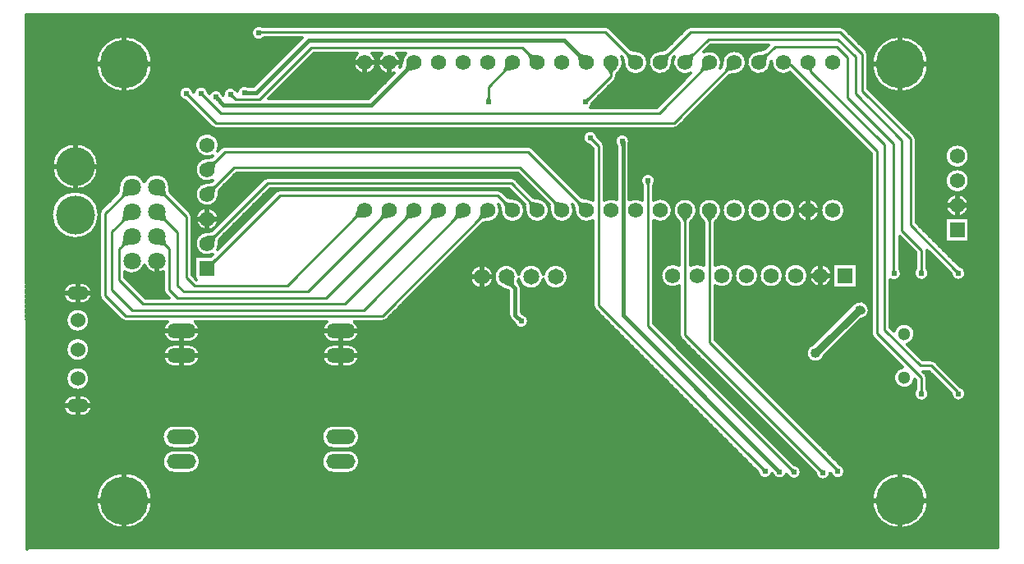
<source format=gbl>
G04 EasyEDA Pro v1.9.28, 2023-09-17 19:19:00*
G04 Gerber Generator version 0.3*G04*
G04 #@! TF.GenerationSoftware,Altium Limited,Altium Designer,20.0.13 (296)*
G04*
G04 Layer_Physical_Order=2*
G04 Layer_Color=16711680*
%FSLAX25Y25*%
%MOIN*%
G70*
G01*
G75*
%ADD10C,0.01000*%
%ADD33C,0.01300*%
%ADD34C,0.02000*%
%ADD36C,0.01500*%
%ADD37C,0.03000*%
%ADD38C,0.07087*%
%ADD39C,0.06200*%
%ADD40C,0.06000*%
%ADD41O,0.08661X0.05512*%
%ADD42R,0.06200X0.06200*%
%ADD43R,0.06200X0.06200*%
%ADD44C,0.06496*%
%ADD45O,0.11811X0.06000*%
%ADD46C,0.05118*%
%ADD47C,0.15748*%
%ADD48C,0.19685*%
%ADD49C,0.02362*%
%ADD50C,0.02400*%
%ADD51C,0.04000*%
G36*
X56046Y136430D02*
X56103Y135476D01*
X56157Y135058D01*
X56228Y134679D01*
X56316Y134339D01*
X56421Y134039D01*
X56542Y133777D01*
X56681Y133554D01*
X56837Y133370D01*
X56130Y132663D01*
X55946Y132819D01*
X55723Y132957D01*
X55462Y133079D01*
X55160Y133184D01*
X54821Y133272D01*
X54442Y133343D01*
X54024Y133397D01*
X53070Y133454D01*
X52535Y133457D01*
X56043Y136965D01*
X56046Y136430D01*
D02*
G37*
G36*
X42465Y133457D02*
X41930Y133454D01*
X40976Y133397D01*
X40558Y133343D01*
X40179Y133272D01*
X39840Y133184D01*
X39538Y133079D01*
X39277Y132957D01*
X39054Y132819D01*
X38870Y132663D01*
X38163Y133370D01*
X38319Y133554D01*
X38458Y133777D01*
X38579Y134039D01*
X38684Y134339D01*
X38772Y134679D01*
X38843Y135058D01*
X38897Y135476D01*
X38954Y136430D01*
X38957Y136965D01*
X42465Y133457D01*
D02*
G37*
G36*
X76832Y127125D02*
X76689Y126958D01*
X76561Y126759D01*
X76449Y126529D01*
X76352Y126267D01*
X76271Y125974D01*
X76206Y125648D01*
X76156Y125292D01*
X76103Y124483D01*
X76100Y124031D01*
X73031Y127100D01*
X73483Y127103D01*
X74292Y127156D01*
X74648Y127206D01*
X74974Y127271D01*
X75267Y127352D01*
X75529Y127449D01*
X75759Y127561D01*
X75958Y127689D01*
X76125Y127832D01*
X76832Y127125D01*
D02*
G37*
G36*
X56046Y126429D02*
X56103Y125476D01*
X56157Y125058D01*
X56228Y124680D01*
X56316Y124339D01*
X56421Y124039D01*
X56542Y123777D01*
X56681Y123554D01*
X56837Y123370D01*
X56130Y122663D01*
X55946Y122819D01*
X55723Y122958D01*
X55462Y123079D01*
X55160Y123184D01*
X54821Y123272D01*
X54442Y123343D01*
X54024Y123397D01*
X53070Y123454D01*
X52535Y123457D01*
X56043Y126965D01*
X56046Y126429D01*
D02*
G37*
G36*
X42465Y123457D02*
X41930Y123454D01*
X40976Y123397D01*
X40558Y123343D01*
X40179Y123272D01*
X39840Y123184D01*
X39538Y123079D01*
X39277Y122958D01*
X39054Y122819D01*
X38870Y122663D01*
X38163Y123370D01*
X38319Y123554D01*
X38458Y123777D01*
X38579Y124039D01*
X38684Y124339D01*
X38772Y124680D01*
X38843Y125058D01*
X38897Y125476D01*
X38954Y126429D01*
X38957Y126965D01*
X42465Y123457D01*
D02*
G37*
G36*
X76795Y117088D02*
X76596Y116882D01*
X76282Y116513D01*
X76168Y116350D01*
X76082Y116201D01*
X76024Y116067D01*
X75995Y115947D01*
X75994Y115842D01*
X76021Y115751D01*
X76076Y115674D01*
X74674Y117076D01*
X74751Y117021D01*
X74842Y116994D01*
X74947Y116995D01*
X75067Y117024D01*
X75201Y117082D01*
X75350Y117168D01*
X75513Y117282D01*
X75690Y117425D01*
X76088Y117795D01*
X76795Y117088D01*
D02*
G37*
G36*
X38163Y143370D02*
X38319Y143554D01*
X38458Y143777D01*
X38579Y144039D01*
X38684Y144340D01*
X38772Y144679D01*
X38843Y145058D01*
X38897Y145476D01*
X38954Y146430D01*
X38957Y146965D01*
X42465Y143457D01*
X41930Y143454D01*
X40976Y143397D01*
X40558Y143343D01*
X40179Y143272D01*
X39840Y143184D01*
X39538Y143079D01*
X39277Y142957D01*
X39054Y142819D01*
X38870Y142663D01*
X38163Y143370D01*
D02*
G37*
G36*
X56130Y142663D02*
X55946Y142819D01*
X55723Y142957D01*
X55462Y143079D01*
X55160Y143184D01*
X54821Y143272D01*
X54442Y143343D01*
X54024Y143397D01*
X53070Y143454D01*
X52535Y143457D01*
X56043Y146965D01*
X56046Y146430D01*
X56103Y145476D01*
X56157Y145058D01*
X56228Y144679D01*
X56316Y144340D01*
X56421Y144039D01*
X56542Y143777D01*
X56681Y143554D01*
X56837Y143370D01*
X56130Y142663D01*
D02*
G37*
G36*
X76832Y147125D02*
X76689Y146958D01*
X76561Y146759D01*
X76449Y146529D01*
X76352Y146267D01*
X76271Y145974D01*
X76206Y145649D01*
X76156Y145292D01*
X76103Y144483D01*
X76100Y144031D01*
X73031Y147100D01*
X73483Y147103D01*
X74292Y147156D01*
X74648Y147206D01*
X74974Y147271D01*
X75267Y147352D01*
X75529Y147449D01*
X75759Y147561D01*
X75958Y147689D01*
X76125Y147832D01*
X76832Y147125D01*
D02*
G37*
G36*
Y157125D02*
X76689Y156958D01*
X76561Y156759D01*
X76449Y156529D01*
X76352Y156267D01*
X76271Y155974D01*
X76206Y155649D01*
X76156Y155292D01*
X76103Y154483D01*
X76100Y154031D01*
X73031Y157100D01*
X73483Y157103D01*
X74292Y157156D01*
X74648Y157206D01*
X74974Y157271D01*
X75267Y157352D01*
X75529Y157449D01*
X75759Y157561D01*
X75958Y157689D01*
X76125Y157832D01*
X76832Y157125D01*
D02*
G37*
G36*
X65427Y183366D02*
X65339Y183449D01*
X65250Y183524D01*
X65160Y183589D01*
X65070Y183646D01*
X64979Y183694D01*
X64887Y183733D01*
X64794Y183763D01*
X64701Y183784D01*
X64607Y183797D01*
X64512Y183800D01*
X65700Y184988D01*
X65703Y184893D01*
X65716Y184799D01*
X65737Y184706D01*
X65767Y184613D01*
X65806Y184521D01*
X65854Y184430D01*
X65911Y184340D01*
X65976Y184250D01*
X66051Y184161D01*
X66134Y184073D01*
X65427Y183366D01*
D02*
G37*
G36*
X71427D02*
X71339Y183449D01*
X71250Y183524D01*
X71160Y183589D01*
X71070Y183646D01*
X70979Y183694D01*
X70887Y183733D01*
X70794Y183763D01*
X70701Y183784D01*
X70607Y183797D01*
X70512Y183800D01*
X71700Y184988D01*
X71703Y184893D01*
X71716Y184799D01*
X71737Y184706D01*
X71767Y184613D01*
X71806Y184521D01*
X71854Y184430D01*
X71911Y184340D01*
X71976Y184250D01*
X72051Y184161D01*
X72134Y184073D01*
X71427Y183366D01*
D02*
G37*
G36*
X77141Y181798D02*
X77044Y181894D01*
X76673Y182220D01*
X76622Y182255D01*
X76578Y182280D01*
X76541Y182295D01*
X76512Y182300D01*
X77700Y183488D01*
X77705Y183459D01*
X77720Y183423D01*
X77745Y183378D01*
X77780Y183327D01*
X77825Y183268D01*
X77945Y183127D01*
X78202Y182859D01*
X77141Y181798D01*
D02*
G37*
G36*
X83427Y182866D02*
X83339Y182949D01*
X83250Y183024D01*
X83160Y183089D01*
X83070Y183146D01*
X82979Y183194D01*
X82887Y183233D01*
X82794Y183263D01*
X82701Y183284D01*
X82607Y183297D01*
X82512Y183300D01*
X83700Y184488D01*
X83703Y184393D01*
X83716Y184299D01*
X83737Y184206D01*
X83767Y184113D01*
X83806Y184021D01*
X83854Y183930D01*
X83911Y183840D01*
X83976Y183750D01*
X84051Y183661D01*
X84134Y183573D01*
X83427Y182866D01*
D02*
G37*
G36*
X89850Y184443D02*
X89713Y184442D01*
X89220Y184410D01*
X89159Y184399D01*
X89110Y184385D01*
X89074Y184370D01*
X89050Y184353D01*
Y186033D01*
X89074Y186016D01*
X89110Y186000D01*
X89159Y185987D01*
X89220Y185975D01*
X89294Y185965D01*
X89479Y185951D01*
X89850Y185943D01*
Y184443D01*
D02*
G37*
G36*
X132812Y135020D02*
X132930Y135157D01*
X133047Y135334D01*
X133164Y135550D01*
X133280Y135807D01*
X133397Y136103D01*
X133629Y136813D01*
X133860Y137683D01*
X133975Y138177D01*
X136263Y134489D01*
X135863Y134577D01*
X135487Y134637D01*
X135135Y134670D01*
X134807Y134676D01*
X134504Y134655D01*
X134225Y134607D01*
X133970Y134532D01*
X133740Y134430D01*
X133533Y134301D01*
X133351Y134144D01*
X132812Y135020D01*
D02*
G37*
G36*
X143168Y134375D02*
X143311Y134542D01*
X143439Y134741D01*
X143551Y134971D01*
X143648Y135233D01*
X143729Y135526D01*
X143794Y135852D01*
X143844Y136208D01*
X143897Y137017D01*
X143900Y137469D01*
X146969Y134400D01*
X146517Y134397D01*
X145708Y134344D01*
X145352Y134294D01*
X145026Y134229D01*
X144733Y134148D01*
X144471Y134051D01*
X144241Y133939D01*
X144042Y133811D01*
X143875Y133668D01*
X143168Y134375D01*
D02*
G37*
G36*
X153168D02*
X153311Y134542D01*
X153439Y134741D01*
X153551Y134971D01*
X153648Y135233D01*
X153729Y135526D01*
X153794Y135852D01*
X153844Y136208D01*
X153897Y137017D01*
X153900Y137469D01*
X156969Y134400D01*
X156517Y134397D01*
X155708Y134344D01*
X155351Y134294D01*
X155026Y134229D01*
X154733Y134148D01*
X154471Y134051D01*
X154241Y133939D01*
X154042Y133811D01*
X153875Y133668D01*
X153168Y134375D01*
D02*
G37*
G36*
X163168D02*
X163311Y134542D01*
X163439Y134741D01*
X163551Y134971D01*
X163648Y135233D01*
X163729Y135526D01*
X163794Y135852D01*
X163844Y136208D01*
X163897Y137017D01*
X163900Y137469D01*
X166969Y134400D01*
X166517Y134397D01*
X165708Y134344D01*
X165351Y134294D01*
X165026Y134229D01*
X164733Y134148D01*
X164471Y134051D01*
X164241Y133939D01*
X164042Y133811D01*
X163875Y133668D01*
X163168Y134375D01*
D02*
G37*
G36*
X153028Y194588D02*
X153197Y194778D01*
X153348Y194989D01*
X153481Y195223D01*
X153596Y195478D01*
X153692Y195755D01*
X153770Y196054D01*
X153830Y196375D01*
X153872Y196718D01*
X153895Y197083D01*
X153900Y197469D01*
X156969Y194401D01*
X156582Y194395D01*
X155875Y194330D01*
X155554Y194270D01*
X155255Y194192D01*
X154978Y194096D01*
X154722Y193981D01*
X154489Y193848D01*
X154278Y193697D01*
X154088Y193528D01*
X153028Y194588D01*
D02*
G37*
G36*
X199859Y94202D02*
X199956Y94106D01*
X200327Y93780D01*
X200378Y93745D01*
X200423Y93720D01*
X200459Y93705D01*
X200488Y93700D01*
X199300Y92512D01*
X199295Y92541D01*
X199280Y92577D01*
X199255Y92622D01*
X199220Y92673D01*
X199175Y92732D01*
X199055Y92873D01*
X198798Y93141D01*
X199859Y94202D01*
D02*
G37*
G36*
X196809Y106010D02*
X196638Y106164D01*
X196437Y106313D01*
X196205Y106458D01*
X195943Y106598D01*
X195651Y106734D01*
X194977Y106991D01*
X194595Y107113D01*
X193740Y107342D01*
X197642Y109677D01*
X197558Y109309D01*
X197504Y108959D01*
X197480Y108626D01*
X197485Y108311D01*
X197521Y108014D01*
X197586Y107735D01*
X197681Y107474D01*
X197806Y107230D01*
X197960Y107004D01*
X198145Y106796D01*
X196809Y106010D01*
D02*
G37*
G36*
X173168Y134375D02*
X173311Y134542D01*
X173439Y134741D01*
X173551Y134971D01*
X173648Y135233D01*
X173729Y135526D01*
X173794Y135852D01*
X173844Y136208D01*
X173897Y137017D01*
X173900Y137469D01*
X176969Y134400D01*
X176517Y134397D01*
X175708Y134344D01*
X175352Y134294D01*
X175026Y134229D01*
X174733Y134148D01*
X174471Y134051D01*
X174241Y133939D01*
X174042Y133811D01*
X173875Y133668D01*
X173168Y134375D01*
D02*
G37*
G36*
X183168D02*
X183311Y134542D01*
X183439Y134741D01*
X183551Y134971D01*
X183648Y135233D01*
X183729Y135526D01*
X183794Y135852D01*
X183844Y136208D01*
X183897Y137017D01*
X183900Y137469D01*
X186969Y134400D01*
X186517Y134397D01*
X185708Y134344D01*
X185352Y134294D01*
X185026Y134229D01*
X184733Y134148D01*
X184471Y134051D01*
X184241Y133939D01*
X184042Y133811D01*
X183875Y133668D01*
X183168Y134375D01*
D02*
G37*
G36*
X193875Y141332D02*
X194042Y141189D01*
X194241Y141061D01*
X194471Y140949D01*
X194733Y140852D01*
X195026Y140771D01*
X195352Y140706D01*
X195708Y140656D01*
X196517Y140603D01*
X196969Y140600D01*
X193900Y137531D01*
X193897Y137983D01*
X193844Y138792D01*
X193794Y139148D01*
X193729Y139474D01*
X193648Y139767D01*
X193551Y140029D01*
X193439Y140259D01*
X193311Y140458D01*
X193168Y140625D01*
X193875Y141332D01*
D02*
G37*
G36*
X187672Y183221D02*
X187676Y183099D01*
X187686Y182984D01*
X187703Y182874D01*
X187727Y182770D01*
X187757Y182672D01*
X187795Y182579D01*
X187839Y182493D01*
X187890Y182412D01*
X187948Y182336D01*
X188012Y182267D01*
X186332D01*
X186397Y182336D01*
X186455Y182412D01*
X186506Y182493D01*
X186550Y182579D01*
X186587Y182672D01*
X186618Y182770D01*
X186642Y182874D01*
X186659Y182984D01*
X186669Y183099D01*
X186672Y183221D01*
X187672D01*
D02*
G37*
G36*
X193168Y194375D02*
X193311Y194542D01*
X193439Y194741D01*
X193551Y194971D01*
X193648Y195233D01*
X193729Y195527D01*
X193794Y195852D01*
X193844Y196209D01*
X193897Y197018D01*
X193900Y197469D01*
X196969Y194401D01*
X196517Y194397D01*
X195709Y194344D01*
X195352Y194295D01*
X195026Y194229D01*
X194733Y194148D01*
X194471Y194052D01*
X194241Y193939D01*
X194042Y193812D01*
X193875Y193668D01*
X193168Y194375D01*
D02*
G37*
G36*
X252775Y148574D02*
X252718Y148498D01*
X252667Y148417D01*
X252622Y148330D01*
X252585Y148238D01*
X252554Y148140D01*
X252531Y148036D01*
X252514Y147926D01*
X252503Y147810D01*
X252500Y147689D01*
X251500D01*
X251497Y147810D01*
X251486Y147926D01*
X251469Y148036D01*
X251446Y148140D01*
X251415Y148238D01*
X251378Y148330D01*
X251333Y148417D01*
X251282Y148498D01*
X251225Y148574D01*
X251160Y148643D01*
X252840D01*
X252775Y148574D01*
D02*
G37*
G36*
X214336Y141393D02*
X214526Y141269D01*
X214752Y141153D01*
X215013Y141046D01*
X215309Y140947D01*
X215641Y140857D01*
X216411Y140703D01*
X217323Y140583D01*
X213924Y137884D01*
X213968Y138312D01*
X213992Y139084D01*
X213971Y139427D01*
X213929Y139743D01*
X213865Y140031D01*
X213779Y140290D01*
X213672Y140522D01*
X213543Y140726D01*
X213392Y140901D01*
X214181Y141526D01*
X214336Y141393D01*
D02*
G37*
G36*
X204336D02*
X204526Y141269D01*
X204752Y141153D01*
X205013Y141046D01*
X205309Y140947D01*
X205641Y140857D01*
X206411Y140703D01*
X207323Y140583D01*
X203924Y137884D01*
X203968Y138312D01*
X203992Y139084D01*
X203971Y139427D01*
X203929Y139743D01*
X203865Y140031D01*
X203779Y140290D01*
X203672Y140522D01*
X203542Y140726D01*
X203392Y140901D01*
X204181Y141526D01*
X204336Y141393D01*
D02*
G37*
G36*
X224042Y141189D02*
X224241Y141061D01*
X224471Y140949D01*
X224733Y140852D01*
X225026Y140771D01*
X225352Y140706D01*
X225708Y140656D01*
X226517Y140603D01*
X226969Y140600D01*
X223900Y137531D01*
X223897Y137983D01*
X223844Y138792D01*
X223794Y139148D01*
X223729Y139474D01*
X223648Y139767D01*
X223551Y140029D01*
X223439Y140259D01*
X223311Y140458D01*
X223168Y140625D01*
X223875Y141332D01*
X224042Y141189D01*
D02*
G37*
G36*
X278853Y134965D02*
X278318Y134355D01*
X278101Y134067D01*
X277918Y133791D01*
X277767Y133526D01*
X277650Y133273D01*
X277567Y133031D01*
X277517Y132800D01*
X277500Y132581D01*
X276500D01*
X276483Y132800D01*
X276433Y133031D01*
X276350Y133273D01*
X276233Y133526D01*
X276082Y133791D01*
X275899Y134067D01*
X275682Y134355D01*
X275147Y134965D01*
X274830Y135286D01*
X279170D01*
X278853Y134965D01*
D02*
G37*
G36*
X268853D02*
X268318Y134355D01*
X268101Y134067D01*
X267917Y133791D01*
X267767Y133526D01*
X267650Y133273D01*
X267567Y133031D01*
X267517Y132800D01*
X267500Y132581D01*
X266500D01*
X266483Y132800D01*
X266433Y133031D01*
X266350Y133273D01*
X266233Y133526D01*
X266083Y133791D01*
X265899Y134067D01*
X265682Y134355D01*
X265147Y134965D01*
X264830Y135286D01*
X269170D01*
X268853Y134965D01*
D02*
G37*
G36*
X298661Y33051D02*
X298750Y32976D01*
X298840Y32911D01*
X298930Y32854D01*
X299021Y32806D01*
X299113Y32767D01*
X299206Y32737D01*
X299299Y32716D01*
X299393Y32703D01*
X299488Y32700D01*
X298300Y31512D01*
X298297Y31607D01*
X298284Y31701D01*
X298263Y31794D01*
X298233Y31887D01*
X298194Y31979D01*
X298146Y32070D01*
X298089Y32160D01*
X298024Y32250D01*
X297949Y32339D01*
X297866Y32427D01*
X298573Y33134D01*
X298661Y33051D01*
D02*
G37*
G36*
X304737Y33080D02*
X304834Y32985D01*
X305205Y32658D01*
X305257Y32623D01*
X305301Y32598D01*
X305338Y32583D01*
X305366Y32578D01*
X304179Y31391D01*
X304174Y31420D01*
X304159Y31456D01*
X304134Y31500D01*
X304099Y31552D01*
X304054Y31611D01*
X303933Y31752D01*
X303677Y32020D01*
X304737Y33080D01*
D02*
G37*
G36*
X310278Y32896D02*
X310366Y32812D01*
X310455Y32738D01*
X310544Y32672D01*
X310635Y32616D01*
X310726Y32568D01*
X310818Y32529D01*
X310910Y32499D01*
X311004Y32477D01*
X311098Y32465D01*
X311192Y32462D01*
X310005Y31274D01*
X310001Y31368D01*
X309989Y31463D01*
X309967Y31556D01*
X309937Y31648D01*
X309898Y31740D01*
X309851Y31831D01*
X309794Y31922D01*
X309728Y32012D01*
X309654Y32100D01*
X309571Y32189D01*
X310278Y32896D01*
D02*
G37*
G36*
X322073Y32634D02*
X322161Y32551D01*
X322250Y32476D01*
X322340Y32411D01*
X322430Y32354D01*
X322521Y32306D01*
X322613Y32267D01*
X322706Y32237D01*
X322799Y32216D01*
X322893Y32203D01*
X322988Y32200D01*
X321800Y31012D01*
X321797Y31107D01*
X321784Y31201D01*
X321763Y31294D01*
X321733Y31387D01*
X321694Y31479D01*
X321646Y31570D01*
X321589Y31660D01*
X321524Y31750D01*
X321449Y31839D01*
X321366Y31927D01*
X322073Y32634D01*
D02*
G37*
G36*
X363500Y64811D02*
X363503Y64690D01*
X363514Y64574D01*
X363531Y64464D01*
X363554Y64360D01*
X363585Y64262D01*
X363622Y64170D01*
X363667Y64083D01*
X363718Y64002D01*
X363775Y63927D01*
X363840Y63857D01*
X362160D01*
X362225Y63927D01*
X362282Y64002D01*
X362333Y64083D01*
X362378Y64170D01*
X362415Y64262D01*
X362446Y64360D01*
X362469Y64464D01*
X362486Y64574D01*
X362497Y64690D01*
X362500Y64811D01*
X363500D01*
D02*
G37*
G36*
X352276Y113714D02*
X352280Y113592D01*
X352291Y113477D01*
X352309Y113368D01*
X352334Y113266D01*
X352367Y113169D01*
X352407Y113080D01*
X352454Y112996D01*
X352509Y112919D01*
X352570Y112848D01*
X352640Y112784D01*
X350964Y112658D01*
X351024Y112731D01*
X351077Y112810D01*
X351123Y112895D01*
X351164Y112984D01*
X351198Y113079D01*
X351226Y113179D01*
X351248Y113284D01*
X351264Y113394D01*
X351273Y113510D01*
X351276Y113631D01*
X352276Y113714D01*
D02*
G37*
G36*
X363500Y113811D02*
X363503Y113690D01*
X363514Y113574D01*
X363531Y113464D01*
X363554Y113360D01*
X363585Y113262D01*
X363622Y113170D01*
X363667Y113083D01*
X363718Y113002D01*
X363775Y112926D01*
X363840Y112857D01*
X362160D01*
X362225Y112926D01*
X362282Y113002D01*
X362333Y113083D01*
X362378Y113170D01*
X362415Y113262D01*
X362446Y113360D01*
X362469Y113464D01*
X362486Y113574D01*
X362497Y113690D01*
X362500Y113811D01*
X363500D01*
D02*
G37*
G36*
X377073Y113634D02*
X377161Y113551D01*
X377250Y113476D01*
X377340Y113411D01*
X377430Y113354D01*
X377521Y113306D01*
X377613Y113267D01*
X377706Y113237D01*
X377799Y113216D01*
X377893Y113203D01*
X377988Y113200D01*
X376800Y112012D01*
X376797Y112107D01*
X376784Y112201D01*
X376763Y112294D01*
X376733Y112387D01*
X376694Y112479D01*
X376646Y112570D01*
X376589Y112660D01*
X376524Y112750D01*
X376449Y112839D01*
X376366Y112927D01*
X377073Y113634D01*
D02*
G37*
G36*
X229427Y165366D02*
X229339Y165449D01*
X229250Y165524D01*
X229160Y165589D01*
X229070Y165646D01*
X228979Y165694D01*
X228887Y165733D01*
X228794Y165763D01*
X228701Y165784D01*
X228607Y165797D01*
X228512Y165800D01*
X229700Y166988D01*
X229703Y166893D01*
X229716Y166799D01*
X229737Y166706D01*
X229767Y166613D01*
X229806Y166521D01*
X229854Y166430D01*
X229911Y166340D01*
X229976Y166250D01*
X230051Y166161D01*
X230134Y166073D01*
X229427Y165366D01*
D02*
G37*
G36*
X228134Y182427D02*
X228051Y182339D01*
X227976Y182250D01*
X227911Y182160D01*
X227854Y182070D01*
X227806Y181979D01*
X227767Y181887D01*
X227737Y181794D01*
X227716Y181701D01*
X227703Y181607D01*
X227700Y181512D01*
X226512Y182700D01*
X226607Y182703D01*
X226701Y182716D01*
X226794Y182737D01*
X226887Y182767D01*
X226979Y182806D01*
X227070Y182854D01*
X227160Y182911D01*
X227250Y182976D01*
X227339Y183051D01*
X227427Y183134D01*
X228134Y182427D01*
D02*
G37*
G36*
X203875Y201332D02*
X204042Y201189D01*
X204241Y201061D01*
X204471Y200949D01*
X204733Y200852D01*
X205026Y200771D01*
X205352Y200706D01*
X205709Y200656D01*
X206517Y200603D01*
X206969Y200600D01*
X203900Y197531D01*
X203897Y197983D01*
X203844Y198792D01*
X203794Y199149D01*
X203729Y199474D01*
X203648Y199768D01*
X203551Y200029D01*
X203439Y200260D01*
X203311Y200458D01*
X203168Y200625D01*
X203875Y201332D01*
D02*
G37*
G36*
X224088Y201473D02*
X224278Y201303D01*
X224489Y201152D01*
X224722Y201019D01*
X224978Y200905D01*
X225255Y200808D01*
X225554Y200730D01*
X225875Y200670D01*
X226218Y200629D01*
X226582Y200605D01*
X226969Y200600D01*
X223900Y197531D01*
X223895Y197918D01*
X223830Y198626D01*
X223770Y198947D01*
X223692Y199246D01*
X223596Y199523D01*
X223481Y199778D01*
X223348Y200011D01*
X223197Y200223D01*
X223028Y200412D01*
X224088Y201473D01*
D02*
G37*
G36*
X241100Y163649D02*
X241098Y163784D01*
X241075Y164114D01*
X241062Y164199D01*
X241045Y164271D01*
X241025Y164331D01*
X241002Y164378D01*
X240976Y164413D01*
X240947Y164435D01*
X242553Y164925D01*
X242600Y164300D01*
X241100Y163649D01*
D02*
G37*
G36*
X236500Y192581D02*
X236483Y192800D01*
X236433Y193031D01*
X236350Y193273D01*
X236233Y193527D01*
X236083Y193792D01*
X235899Y194068D01*
X235682Y194355D01*
X235147Y194965D01*
X234830Y195287D01*
X239170D01*
X238853Y194965D01*
X238318Y194355D01*
X238101Y194068D01*
X237918Y193792D01*
X237767Y193527D01*
X237650Y193273D01*
X237567Y193031D01*
X237517Y192800D01*
X237500Y192581D01*
X236500D01*
D02*
G37*
G36*
X243875Y201332D02*
X244042Y201189D01*
X244241Y201061D01*
X244471Y200949D01*
X244733Y200852D01*
X245026Y200771D01*
X245352Y200706D01*
X245708Y200656D01*
X246517Y200603D01*
X246969Y200600D01*
X243900Y197531D01*
X243897Y197983D01*
X243844Y198792D01*
X243794Y199149D01*
X243729Y199474D01*
X243648Y199768D01*
X243551Y200029D01*
X243439Y200260D01*
X243311Y200458D01*
X243168Y200625D01*
X243875Y201332D01*
D02*
G37*
G36*
X260832Y200625D02*
X260689Y200458D01*
X260561Y200260D01*
X260449Y200029D01*
X260352Y199768D01*
X260271Y199474D01*
X260206Y199149D01*
X260156Y198792D01*
X260103Y197983D01*
X260100Y197531D01*
X257031Y200600D01*
X257483Y200603D01*
X258292Y200656D01*
X258648Y200706D01*
X258974Y200771D01*
X259267Y200852D01*
X259529Y200949D01*
X259759Y201061D01*
X259958Y201189D01*
X260125Y201332D01*
X260832Y200625D01*
D02*
G37*
G36*
X270832D02*
X270689Y200458D01*
X270561Y200260D01*
X270449Y200029D01*
X270352Y199768D01*
X270271Y199474D01*
X270206Y199149D01*
X270156Y198792D01*
X270103Y197983D01*
X270100Y197531D01*
X267031Y200600D01*
X267483Y200603D01*
X268292Y200656D01*
X268649Y200706D01*
X268974Y200771D01*
X269267Y200852D01*
X269529Y200949D01*
X269759Y201061D01*
X269958Y201189D01*
X270125Y201332D01*
X270832Y200625D01*
D02*
G37*
G36*
X273168Y194375D02*
X273311Y194542D01*
X273439Y194741D01*
X273551Y194971D01*
X273648Y195233D01*
X273729Y195527D01*
X273794Y195852D01*
X273844Y196209D01*
X273897Y197018D01*
X273900Y197469D01*
X276969Y194401D01*
X276517Y194397D01*
X275709Y194344D01*
X275352Y194295D01*
X275026Y194229D01*
X274733Y194148D01*
X274471Y194052D01*
X274241Y193939D01*
X274042Y193812D01*
X273875Y193668D01*
X273168Y194375D01*
D02*
G37*
G36*
X283168D02*
X283311Y194542D01*
X283439Y194741D01*
X283551Y194971D01*
X283648Y195233D01*
X283729Y195527D01*
X283794Y195852D01*
X283844Y196209D01*
X283897Y197018D01*
X283900Y197469D01*
X286969Y194401D01*
X286517Y194397D01*
X285708Y194344D01*
X285352Y194295D01*
X285026Y194229D01*
X284733Y194148D01*
X284471Y194052D01*
X284241Y193939D01*
X284042Y193812D01*
X283875Y193668D01*
X283168Y194375D01*
D02*
G37*
G36*
X300832Y200625D02*
X300689Y200458D01*
X300561Y200260D01*
X300449Y200029D01*
X300352Y199767D01*
X300271Y199474D01*
X300206Y199149D01*
X300156Y198792D01*
X300103Y197983D01*
X300100Y197531D01*
X297031Y200600D01*
X297483Y200603D01*
X298292Y200656D01*
X298649Y200706D01*
X298974Y200771D01*
X299267Y200852D01*
X299529Y200949D01*
X299760Y201061D01*
X299958Y201189D01*
X300125Y201332D01*
X300832Y200625D01*
D02*
G37*
G36*
X317495Y194049D02*
X317407Y194427D01*
X318545Y194813D01*
X318536Y194800D01*
X318527Y194773D01*
X318520Y194732D01*
X318513Y194677D01*
X318500Y194427D01*
X318495Y194049D01*
X317495D01*
D02*
G37*
D10*
X64500Y110286D02*
X67786Y107000D01*
X64500Y110286D02*
Y135000D01*
X67786Y107000D02*
X105500D01*
X52500Y147000D02*
X64500Y135000D01*
X136000Y137500D02*
X137000D01*
X105500Y107000D02*
X136000Y137500D01*
X60935Y107016D02*
Y128565D01*
X63491Y104460D02*
X113960D01*
X60935Y107016D02*
X63491Y104460D01*
X52500Y137000D02*
X60935Y128565D01*
X57553Y105148D02*
X60797Y101904D01*
X121404D01*
X57553Y105148D02*
Y121947D01*
X113960Y104460D02*
X147000Y137500D01*
X121404Y101904D02*
X157000Y137500D01*
X129056Y99556D02*
X167000Y137500D01*
X37274Y109226D02*
X46944Y99556D01*
X129056D01*
X136500Y97000D02*
X177000Y137500D01*
X42586Y97000D02*
X136500D01*
X34323Y105263D02*
X42586Y97000D01*
X52500Y127000D02*
X57553Y121947D01*
X144145Y94645D02*
X187000Y137500D01*
X31679Y102822D02*
X39855Y94645D01*
X144145D01*
X37274Y121774D02*
X42500Y127000D01*
X37274Y109226D02*
Y121774D01*
X34323Y128823D02*
X42500Y137000D01*
X34323Y105263D02*
Y128823D01*
X31679Y136179D02*
X42500Y147000D01*
X31679Y102822D02*
Y136179D01*
X73000Y114000D02*
X102500Y143500D01*
X191000D01*
X197000Y137500D01*
X86500Y137500D02*
X97500Y148500D01*
X86500Y137500D02*
Y137500D01*
X97500Y148500D02*
X196500D01*
X73000Y124000D02*
X86500Y137500D01*
X207000D02*
Y138000D01*
X196500Y148500D02*
X207000Y138000D01*
X73000Y144000D02*
X83892Y154892D01*
X200108D02*
X217000Y138000D01*
X83892Y154892D02*
X200108D01*
X73000Y154000D02*
X80367Y161367D01*
X203133D02*
X227000Y137500D01*
X80367Y161367D02*
X203133D01*
X217000Y137500D02*
Y138000D01*
X70500Y185000D02*
X78517Y176983D01*
X256483D01*
X277000Y197500D01*
X187172Y187673D02*
X197000Y197500D01*
X187172Y181410D02*
Y187673D01*
X228500Y167000D02*
X231950Y163550D01*
Y99050D02*
Y163550D01*
X76500Y173000D02*
X262500D01*
X64500Y185000D02*
X76500Y173000D01*
X262500D02*
X287000Y197500D01*
X231950Y99050D02*
X299500Y31500D01*
X237000Y192000D02*
Y197500D01*
X226500Y181500D02*
X237000Y192000D01*
X351776Y111956D02*
Y164482D01*
Y111956D02*
X351866Y111866D01*
X347988Y88868D02*
Y164057D01*
X362454Y74402D02*
X366988D01*
X347988Y88868D02*
X362454Y74402D01*
X378000Y63000D02*
Y63379D01*
X377300Y64079D02*
X378000Y63379D01*
X377300Y64079D02*
Y64089D01*
X366988Y74402D02*
X377300Y64089D01*
X344886Y87614D02*
Y161595D01*
X363000Y63000D02*
Y69500D01*
X344886Y87614D02*
X363000Y69500D01*
X333000Y183258D02*
X351776Y164482D01*
X317995Y194049D02*
X347988Y164057D01*
X309976Y196505D02*
X344886Y161595D01*
X307000Y197500D02*
X307995Y196505D01*
X309976D01*
X358500Y131500D02*
Y166404D01*
X339000Y185904D02*
Y200792D01*
Y185904D02*
X358500Y166404D01*
X333000Y183258D02*
Y199500D01*
X317000Y197500D02*
X317995Y196505D01*
Y194049D02*
Y196505D01*
X355000Y129379D02*
Y166000D01*
X363000Y112000D02*
Y121379D01*
X355000Y129379D02*
X363000Y121379D01*
X358500Y131500D02*
X378000Y112000D01*
X336143Y184857D02*
X355000Y166000D01*
X329000Y207000D02*
X336143Y199857D01*
Y184857D02*
Y199857D01*
X257000Y197500D02*
X269290Y209790D01*
X330002D02*
X339000Y200792D01*
X269290Y209790D02*
X330002D01*
X303500Y204000D02*
X328500D01*
X333000Y199500D01*
X297000Y197500D02*
X303500Y204000D01*
X297000Y197500D02*
X297000D01*
X276500Y207000D02*
X329000D01*
X267000Y197500D02*
X276500Y207000D01*
X252000Y90466D02*
Y149500D01*
X94234Y182493D02*
X115241Y203500D01*
X82500Y184500D02*
X84507Y182493D01*
X94234D01*
X82500Y184500D02*
X82500D01*
X234500Y210000D02*
X247000Y197500D01*
X94000Y209500D02*
X94268Y209768D01*
X95054D01*
X95286Y210000D01*
X234500D01*
X201000Y203500D02*
X207000Y197500D01*
X115241Y203500D02*
X201000D01*
X277000Y83918D02*
Y137500D01*
X329000Y31500D02*
Y31879D01*
X277000Y83918D02*
X328300Y32618D01*
Y32579D02*
X329000Y31879D01*
X328300Y32579D02*
Y32618D01*
X252000Y90466D02*
X311205Y31262D01*
X267000Y87000D02*
Y137500D01*
Y87000D02*
X323000Y31000D01*
X287000Y197500D02*
Y197500D01*
D33*
X382450Y159500D02*
G03*
X382450Y159500I-4950J0D01*
G01*
X360850Y166404D02*
G03*
X360160Y168067I-2350J0D01*
G01*
X360850Y166404D02*
G03*
X360162Y168065I-2350J0D01*
G01*
X341350Y200792D02*
G03*
X340662Y202454I-2350J0D01*
G01*
X331664Y211452D02*
G03*
X330002Y212140I-1662J-1662D01*
G01*
X331665Y211450D02*
G03*
X330002Y212140I-1664J-1660D01*
G01*
X341350Y200792D02*
G03*
X340660Y202456I-2350J0D01*
G01*
X365823Y196850D02*
G03*
X365823Y196850I-11492J0D01*
G01*
X382450Y149500D02*
G03*
X382450Y149500I-4950J0D01*
G01*
X382250Y139500D02*
G03*
X382250Y139500I-4750J0D01*
G01*
X331950Y137500D02*
G03*
X331950Y137500I-4950J0D01*
G01*
X291950Y197500D02*
G03*
X282053Y197671I-4950J0D01*
G01*
X269290Y212140D02*
G03*
X267628Y211452I0J-2350D01*
G01*
X281950Y197500D02*
G03*
X274714Y201891I-4950J0D01*
G01*
X269290Y212140D02*
G03*
X267627Y211450I0J-2350D01*
G01*
X281391Y195214D02*
G03*
X281950Y197500I-4390J2286D01*
G01*
X302072Y197962D02*
G03*
X309764Y193394I4928J-462D01*
G01*
X296829Y202447D02*
G03*
X301947Y197329I171J-4947D01*
G01*
X287171Y192553D02*
G03*
X291950Y197500I-171J4947D01*
G01*
X262610Y199786D02*
G03*
X269286Y193110I4390J-2286D01*
G01*
X256829Y202447D02*
G03*
X261947Y197329I171J-4947D01*
G01*
X262500Y170650D02*
G03*
X264161Y171338I0J2350D01*
G01*
X262500Y170650D02*
G03*
X264163Y171340I0J2350D01*
G01*
X251950Y197500D02*
G03*
X247171Y202447I-4950J0D01*
G01*
X236164Y211660D02*
G03*
X234500Y212350I-1664J-1660D01*
G01*
X236162Y211662D02*
G03*
X234500Y212350I-1662J-1662D01*
G01*
X241950Y197500D02*
G03*
X241390Y199786I-4950J0D01*
G01*
X240619Y194123D02*
G03*
X241950Y197500I-3619J3377D01*
G01*
X242053Y197329D02*
G03*
X251950Y197500I4947J171D01*
G01*
X238660Y190337D02*
G03*
X239350Y192000I-1660J1664D01*
G01*
X244458Y164755D02*
G03*
X244550Y165500I-2958J745D01*
G01*
X255050Y149500D02*
G03*
X249626Y147585I-3050J0D01*
G01*
X244550Y165500D02*
G03*
X239250Y163441I-3050J0D01*
G01*
X238662Y190338D02*
G03*
X239350Y192000I-1662J1662D01*
G01*
X321750Y137500D02*
G03*
X321750Y137500I-4750J0D01*
G01*
X311950D02*
G03*
X311950Y137500I-4950J0D01*
G01*
X301950D02*
G03*
X301950Y137500I-4950J0D01*
G01*
X291950D02*
G03*
X291950Y137500I-4950J0D01*
G01*
X280619Y134123D02*
G03*
X281950Y137500I-3619J3377D01*
G01*
D02*
G03*
X273381Y134123I-4950J0D01*
G01*
X270619D02*
G03*
X271950Y137500I-3619J3377D01*
G01*
X254374Y147585D02*
G03*
X255050Y149500I-2374J1915D01*
G01*
X249650Y141681D02*
G03*
X244450Y141743I-2650J-4181D01*
G01*
X239250Y141909D02*
G03*
X234300Y141649I-2250J-4409D01*
G01*
X271950Y137500D02*
G03*
X263381Y134123I-4950J0D01*
G01*
X261950Y137500D02*
G03*
X254350Y141681I-4950J0D01*
G01*
Y133319D02*
G03*
X261950Y137500I2650J4181D01*
G01*
X381050Y112000D02*
G03*
X378324Y115033I-3050J0D01*
G01*
X366050Y112000D02*
G03*
X365374Y113915I-3050J0D01*
G01*
X354916Y111866D02*
G03*
X354151Y113886I-3050J0D01*
G01*
X374967Y111676D02*
G03*
X381050Y112000I3033J324D01*
G01*
X360626Y113915D02*
G03*
X366050Y112000I2374J-1915D01*
G01*
X357204Y82975D02*
G03*
X360409Y87217I-1204J4241D01*
G01*
X357204Y82975D02*
G03*
X360409Y87217I-1204J4241D01*
G01*
X368649Y76063D02*
G03*
X366988Y76752I-1662J-1662D01*
G01*
X368651Y76061D02*
G03*
X366988Y76752I-1664J-1660D01*
G01*
X350338Y109227D02*
G03*
X354916Y111866I1529J2639D01*
G01*
X360409Y87217D02*
G03*
X351759Y88421I-4409J0D01*
G01*
X360409Y87217D02*
G03*
X351759Y88421I-4409J0D01*
G01*
X342536Y87614D02*
G03*
X343226Y85951I2350J0D01*
G01*
X342536Y87614D02*
G03*
X343224Y85953I2350J0D01*
G01*
X381050Y63000D02*
G03*
X378758Y65954I-3050J0D01*
G01*
X365350Y69500D02*
G03*
X364662Y71162I-2350J0D01*
G01*
X365350Y69500D02*
G03*
X364660Y71163I-2350J0D01*
G01*
X366050Y63000D02*
G03*
X365374Y64915I-3050J0D01*
G01*
X374952Y63114D02*
G03*
X381050Y63000I3048J-114D01*
G01*
X360626Y64915D02*
G03*
X366050Y63000I2374J-1915D01*
G01*
X355320Y73856D02*
G03*
X360356Y68820I680J-4356D01*
G01*
X355320Y73856D02*
G03*
X360356Y68820I680J-4356D01*
G01*
X365823Y19685D02*
G03*
X365823Y19685I-11492J0D01*
G01*
X326750Y111000D02*
G03*
X326750Y111000I-4750J0D01*
G01*
X341850Y97000D02*
G03*
X334637Y98875I-3850J0D01*
G01*
X316950Y111000D02*
G03*
X316950Y111000I-4950J0D01*
G01*
X306950D02*
G03*
X306950Y111000I-4950J0D01*
G01*
X296950D02*
G03*
X296950Y111000I-4950J0D01*
G01*
X274650Y115181D02*
G03*
X269350Y115181I-2650J-4181D01*
G01*
X286950Y111000D02*
G03*
X279350Y115181I-4950J0D01*
G01*
Y106819D02*
G03*
X286950Y111000I2650J4181D01*
G01*
X264650Y115181D02*
G03*
X264650Y106819I-2650J-4181D01*
G01*
X338409Y93172D02*
G03*
X341850Y97000I-410J3828D01*
G01*
X318973Y83210D02*
G03*
X323710Y78473I1027J-3711D01*
G01*
X326041Y30762D02*
G03*
X332050Y31500I2959J738D01*
G01*
D02*
G03*
X329797Y34444I-3050J0D01*
G01*
X314254Y31262D02*
G03*
X311529Y34294I-3050J0D01*
G01*
X319967Y30676D02*
G03*
X326041Y30762I3033J324D01*
G01*
X308273Y30418D02*
G03*
X314254Y31262I2931J843D01*
G01*
X302432Y30593D02*
G03*
X308273Y30418I2947J786D01*
G01*
X296467Y31176D02*
G03*
X302417Y30608I3033J324D01*
G01*
X264650Y87000D02*
G03*
X265340Y85337I2350J0D01*
G01*
X264650Y87000D02*
G03*
X265338Y85338I2350J0D01*
G01*
X153656Y201150D02*
G03*
X152053Y197678I3344J-3650D01*
G01*
X151750Y197500D02*
G03*
X150040Y201150I-4750J0D01*
G01*
X143960D02*
G03*
X149028Y193205I3040J-3650D01*
G01*
X151296Y195473D02*
G03*
X151750Y197500I-4296J2028D01*
G01*
X133960Y201150D02*
G03*
X141750Y197500I3040J-3650D01*
G01*
D02*
G03*
X140040Y201150I-4750J0D01*
G01*
X234300Y163550D02*
G03*
X233610Y165214I-2350J0D01*
G01*
X234300Y163550D02*
G03*
X233612Y165212I-2350J0D01*
G01*
X228647Y179333D02*
G03*
X229533Y181176I-2147J2167D01*
G01*
X231533Y167324D02*
G03*
X228176Y163967I-3033J-324D01*
G01*
X204795Y163029D02*
G03*
X203133Y163717I-1662J-1662D01*
G01*
X204796Y163027D02*
G03*
X203133Y163717I-1664J-1660D01*
G01*
X95104Y212343D02*
G03*
X96425Y207650I-1104J-2843D01*
G01*
X89721Y187832D02*
G03*
X85221Y185878I-1528J-2640D01*
G01*
X198163Y150160D02*
G03*
X196500Y150850I-1664J-1660D01*
G01*
X198162Y150162D02*
G03*
X196500Y150850I-1662J-1662D01*
G01*
X229600Y141712D02*
G03*
X227171Y142447I-2600J-4212D01*
G01*
X212065Y137890D02*
G03*
X221950Y137500I4935J-390D01*
G01*
D02*
G03*
X221390Y139786I-4950J0D01*
G01*
X222053Y137329D02*
G03*
X229600Y133288I4947J171D01*
G01*
X211950Y137500D02*
G03*
X207744Y142394I-4950J0D01*
G01*
X201950Y137500D02*
G03*
X197171Y142447I-4950J0D01*
G01*
X202065Y137890D02*
G03*
X211950Y137500I4935J-390D01*
G01*
X192664Y145160D02*
G03*
X191000Y145850I-1664J-1660D01*
G01*
X192662Y145162D02*
G03*
X191000Y145850I-1662J-1662D01*
G01*
X97500Y150850D02*
G03*
X95837Y150160I0J-2350D01*
G01*
X102500Y145850D02*
G03*
X100838Y145162I0J-2350D01*
G01*
X102500Y145850D02*
G03*
X100837Y145160I0J-2350D01*
G01*
X97500Y150850D02*
G03*
X95838Y150162I0J-2350D01*
G01*
X192053Y137329D02*
G03*
X201950Y137500I4947J171D01*
G01*
X191950D02*
G03*
X191390Y139786I-4950J0D01*
G01*
X187171Y132553D02*
G03*
X191950Y137500I-171J4947D01*
G01*
X85221Y185878D02*
G03*
X79458Y184274I-2721J-1378D01*
G01*
X79447Y184286D02*
G03*
X73837Y184987I-2947J-786D01*
G01*
X73533Y185324D02*
G03*
X67500Y185550I-3033J-324D01*
G01*
X80367Y163717D02*
G03*
X78705Y163029I0J-2350D01*
G01*
X80367Y163717D02*
G03*
X78704Y163027I0J-2350D01*
G01*
X74836Y171340D02*
G03*
X76500Y170650I1664J1660D01*
G01*
X74838Y171338D02*
G03*
X76500Y170650I1662J1662D01*
G01*
X67500Y185550D02*
G03*
X64176Y181967I-3000J-550D01*
G01*
X50863Y196878D02*
G03*
X50863Y196878I-11492J0D01*
G01*
X77950Y164000D02*
G03*
X75286Y159610I-4950J0D01*
G01*
X77390Y161714D02*
G03*
X77950Y164000I-4390J2286D01*
G01*
X72829Y158947D02*
G03*
X75286Y149610I171J-4947D01*
G01*
X57891Y147163D02*
G03*
X47500Y149022I-5391J-163D01*
G01*
D02*
G03*
X37109Y147163I-5000J-2022D01*
G01*
X29025Y155344D02*
G03*
X29025Y155344I-9524J0D01*
G01*
X72829Y148947D02*
G03*
X77947Y143829I171J-4947D01*
G01*
X66850Y135000D02*
G03*
X66160Y136663I-2350J0D01*
G01*
X66850Y135000D02*
G03*
X66162Y136662I-2350J0D01*
G01*
X76708Y131032D02*
G03*
X77750Y134000I-3708J2968D01*
G01*
D02*
G03*
X75968Y130292I-4750J0D01*
G01*
X77390Y121714D02*
G03*
X77947Y123829I-4390J2286D01*
G01*
X30017Y137840D02*
G03*
X29329Y136179I1662J-1662D01*
G01*
X30018Y137842D02*
G03*
X29329Y136179I1660J-1664D01*
G01*
X29225Y135659D02*
G03*
X29225Y135659I-9724J0D01*
G01*
X219598Y110500D02*
G03*
X209500Y111495I-5098J0D01*
G01*
D02*
G03*
X199500Y111495I-5000J-995D01*
G01*
D02*
G03*
X193085Y105602I-5000J-995D01*
G01*
X200600Y105880D02*
G03*
X199838Y107719I-2600J0D01*
G01*
X200600Y105880D02*
G03*
X199838Y107719I-2600J0D01*
G01*
X229600Y99050D02*
G03*
X230288Y97388I2350J0D01*
G01*
X229600Y99050D02*
G03*
X230290Y97387I2350J0D01*
G01*
X209500Y109505D02*
G03*
X219598Y110500I5000J995D01*
G01*
X199500Y109505D02*
G03*
X209500Y109505I5000J995D01*
G01*
X203550Y92500D02*
G03*
X201288Y95446I-3050J0D01*
G01*
X195400Y95000D02*
G03*
X196161Y93161I2600J0D01*
G01*
X195400Y95000D02*
G03*
X196161Y93161I2600J0D01*
G01*
X197553Y91714D02*
G03*
X203550Y92500I2947J786D01*
G01*
X189398Y110490D02*
G03*
X189398Y110490I-4898J0D01*
G01*
X144145Y92295D02*
G03*
X145808Y92985I0J2350D01*
G01*
X144145Y92295D02*
G03*
X145807Y92983I0J2350D01*
G01*
X134789Y88492D02*
G03*
X132815Y92295I-4650J0D01*
G01*
X121652D02*
G03*
X124328Y83842I2676J-3803D01*
G01*
X130139D02*
G03*
X134789Y88492I0J4650D01*
G01*
X130140Y73842D02*
G03*
X134790Y78492I0J4650D01*
G01*
D02*
G03*
X130140Y83142I-4650J0D01*
G01*
X124328D02*
G03*
X124328Y73842I0J-4650D01*
G01*
X134990Y45499D02*
G03*
X130140Y50349I-4850J0D01*
G01*
Y40649D02*
G03*
X134990Y45499I0J4850D01*
G01*
Y35500D02*
G03*
X130140Y40350I-4850J0D01*
G01*
X124328D02*
G03*
X124328Y30650I0J-4850D01*
G01*
Y50349D02*
G03*
X124328Y40649I0J-4850D01*
G01*
X130140Y30650D02*
G03*
X134990Y35500I0J4850D01*
G01*
X72829Y128947D02*
G03*
X75286Y119610I171J-4947D01*
G01*
X47613Y115282D02*
G03*
X55203Y112570I4897J1728D01*
G01*
X39624Y112437D02*
G03*
X47613Y115282I2876J4563D01*
G01*
X55203Y105148D02*
G03*
X55893Y103484I2350J0D01*
G01*
X55203Y105148D02*
G03*
X55892Y103486I2350J0D01*
G01*
X70144Y88492D02*
G03*
X68169Y92295I-4650J0D01*
G01*
X57007D02*
G03*
X59683Y83842I2676J-3803D01*
G01*
X65494D02*
G03*
X70144Y88492I0J4650D01*
G01*
X29329Y102822D02*
G03*
X30018Y101158I2350J0D01*
G01*
X29329Y102822D02*
G03*
X30017Y101160I2350J0D01*
G01*
X38193Y92983D02*
G03*
X39855Y92295I1662J1662D01*
G01*
X38192Y92985D02*
G03*
X39855Y92295I1664J1660D01*
G01*
X26481Y103835D02*
G03*
X22075Y108240I-4406J0D01*
G01*
Y99429D02*
G03*
X26481Y103835I0J4406D01*
G01*
X25350Y92811D02*
G03*
X25350Y92811I-4850J0D01*
G01*
Y81000D02*
G03*
X25350Y81000I-4850J0D01*
G01*
X18925Y108240D02*
G03*
X18925Y99429I0J-4406D01*
G01*
X70144Y78492D02*
G03*
X65494Y83142I-4650J0D01*
G01*
Y73842D02*
G03*
X70144Y78492I0J4650D01*
G01*
X59683Y83142D02*
G03*
X59683Y73842I0J-4650D01*
G01*
X70256Y45500D02*
G03*
X65405Y50350I-4850J0D01*
G01*
X25350Y69189D02*
G03*
X25350Y69189I-4850J0D01*
G01*
X26481Y58165D02*
G03*
X22075Y62571I-4406J0D01*
G01*
Y53759D02*
G03*
X26481Y58165I0J4406D01*
G01*
X18925Y62571D02*
G03*
X18925Y53759I0J-4406D01*
G01*
X65494Y30650D02*
G03*
X70344Y35500I0J4850D01*
G01*
D02*
G03*
X65494Y40350I-4850J0D01*
G01*
X65405Y40650D02*
G03*
X70256Y45500I0J4850D01*
G01*
X59595Y50350D02*
G03*
X59595Y40650I0J-4850D01*
G01*
X59683Y40350D02*
G03*
X59683Y30650I0J-4850D01*
G01*
X50863Y19713D02*
G03*
X50863Y19713I-11492J0D01*
G01*
X364080Y202935D02*
X394000D01*
X364536Y202135D02*
X394000D01*
X363532Y203735D02*
X394000D01*
X365216Y200535D02*
X394000D01*
X364912Y201335D02*
X394000D01*
X359842Y206935D02*
X394000D01*
X361103Y206135D02*
X394000D01*
X358018Y207735D02*
X394000D01*
X362876Y204535D02*
X394000D01*
X362082Y205335D02*
X394000D01*
X365813Y197335D02*
X394000D01*
X365819Y196535D02*
X394000D01*
X365751Y198135D02*
X394000D01*
X365663Y194935D02*
X394000D01*
X365769Y195735D02*
X394000D01*
X365633Y198935D02*
X394000D01*
X365455Y199735D02*
X394000D01*
X358486Y186135D02*
X394000D01*
X361330Y187735D02*
X394000D01*
X365498Y194135D02*
X394000D01*
X365272Y193335D02*
X394000D01*
X393000Y217000D02*
X394000Y216000D01*
X364622Y191735D02*
X394000D01*
X364982Y192535D02*
X394000D01*
X363657Y190135D02*
X394000D01*
X363026Y189335D02*
X394000D01*
X364184Y190935D02*
X394000D01*
X360142Y186935D02*
X394000D01*
X362264Y188535D02*
X394000D01*
X346892Y181335D02*
X394000D01*
X348492Y179735D02*
X394000D01*
X347692Y180535D02*
X394000D01*
X354092Y174135D02*
X394000D01*
X354892Y173335D02*
X394000D01*
X353292Y174935D02*
X394000D01*
X356492Y171735D02*
X394000D01*
X355692Y172535D02*
X394000D01*
X350092Y178135D02*
X394000D01*
X350892Y177335D02*
X394000D01*
X349292Y178935D02*
X394000D01*
X352492Y175735D02*
X394000D01*
X351692Y176535D02*
X394000D01*
X360789Y166935D02*
X394000D01*
X360850Y166135D02*
X394000D01*
X360436Y167735D02*
X394000D01*
X382097Y161335D02*
X394000D01*
X360850Y165335D02*
X394000D01*
X358092Y170135D02*
X394000D01*
X357292Y170935D02*
X394000D01*
X359692Y168535D02*
X394000D01*
X358892Y169335D02*
X394000D01*
X380062Y163735D02*
X394000D01*
X381064Y162935D02*
X394000D01*
X360850Y164535D02*
X394000D01*
X360850Y132473D02*
Y166404D01*
Y163735D02*
X374938D01*
X360850Y162935D02*
X373936D01*
X381690Y162135D02*
X394000D01*
X382341Y160535D02*
X394000D01*
X360850Y161335D02*
X372903D01*
X382418Y158935D02*
X394000D01*
X382444Y159735D02*
X394000D01*
X360850Y162135D02*
X373310D01*
X360850Y160535D02*
X372659D01*
X360850Y158935D02*
X372582D01*
X360850Y159735D02*
X372556D01*
X335380Y207735D02*
X350644D01*
X336180Y206935D02*
X348820D01*
X336980Y206135D02*
X347558D01*
X337780Y205335D02*
X346580D01*
X338580Y204535D02*
X345786D01*
X332180Y210935D02*
X394000D01*
X332980Y210135D02*
X394000D01*
X331321Y211735D02*
X394000D01*
X334580Y208535D02*
X394000D01*
X333780Y209335D02*
X394000D01*
X341350Y190135D02*
X345004D01*
X341350Y188535D02*
X346397D01*
X341350Y189335D02*
X345636D01*
X339380Y203735D02*
X345129D01*
X340180Y202935D02*
X344581D01*
X341350Y190935D02*
X344477D01*
X340928Y202135D02*
X344126D01*
X341286Y201335D02*
X343749D01*
X341350Y200535D02*
X343445D01*
X341350Y199735D02*
X343206D01*
X341350Y198935D02*
X343029D01*
X269290Y212140D02*
X330002D01*
X331665Y211450D02*
X340660Y202456D01*
X341350Y194135D02*
X343163D01*
X341350Y193335D02*
X343389D01*
X341350Y194935D02*
X342999D01*
X341350Y191735D02*
X344039D01*
X341350Y192535D02*
X343679D01*
X341350Y198135D02*
X342910D01*
X341350Y197335D02*
X342848D01*
X341350Y195735D02*
X342892D01*
X341350Y196535D02*
X342843D01*
X342892Y185335D02*
X394000D01*
X342092Y186135D02*
X350175D01*
X344492Y183735D02*
X394000D01*
X343692Y184535D02*
X394000D01*
X341350Y187735D02*
X347331D01*
X341350Y186935D02*
X348519D01*
X341350Y186877D02*
Y200792D01*
Y186877D02*
X360160Y168067D01*
X309764Y193394D02*
X342536Y160622D01*
X345292Y182935D02*
X394000D01*
X346092Y182135D02*
X394000D01*
X244450Y162935D02*
X340222D01*
X244450Y161335D02*
X341822D01*
X244450Y162135D02*
X341022D01*
X244450Y159735D02*
X342536D01*
X244450Y160535D02*
X342536D01*
X244450Y158135D02*
X342536D01*
X244450Y158935D02*
X342536D01*
X270959Y178135D02*
X325022D01*
X270159Y177335D02*
X325822D01*
X271759Y178935D02*
X324222D01*
X268559Y175735D02*
X327422D01*
X269359Y176535D02*
X326622D01*
X266959Y174135D02*
X329022D01*
X267759Y174935D02*
X328222D01*
X265359Y172535D02*
X330622D01*
X266159Y173335D02*
X329822D01*
X263622Y170935D02*
X332222D01*
X244483Y166135D02*
X337022D01*
X264559Y171735D02*
X331422D01*
X244474Y164535D02*
X338622D01*
X244546Y165335D02*
X337822D01*
X243575Y167735D02*
X335422D01*
X241798Y168535D02*
X334622D01*
X244450Y163735D02*
X339422D01*
X244191Y166935D02*
X336222D01*
X381952Y157335D02*
X394000D01*
X381464Y156535D02*
X394000D01*
X382258Y158135D02*
X394000D01*
X382237Y150935D02*
X394000D01*
X381916Y151735D02*
X394000D01*
X379415Y154935D02*
X394000D01*
X379237Y154135D02*
X394000D01*
X380714Y155735D02*
X394000D01*
X381410Y152535D02*
X394000D01*
X380629Y153335D02*
X394000D01*
X382447Y149335D02*
X394000D01*
X382355Y148535D02*
X394000D01*
X382409Y150135D02*
X394000D01*
X381881Y141335D02*
X394000D01*
X382125Y147735D02*
X394000D01*
X381131Y146135D02*
X394000D01*
X381734Y146935D02*
X394000D01*
X381452Y142135D02*
X394000D01*
X380780Y142935D02*
X394000D01*
X360850Y156535D02*
X373536D01*
X360850Y154935D02*
X375585D01*
X360850Y158135D02*
X372742D01*
X380176Y145335D02*
X394000D01*
X360850Y146935D02*
X373266D01*
X360850Y146135D02*
X373869D01*
X360850Y157335D02*
X373048D01*
X360850Y144535D02*
X394000D01*
X360850Y145335D02*
X374824D01*
X382136Y140535D02*
X394000D01*
X382244Y139735D02*
X394000D01*
X379650Y143735D02*
X394000D01*
X382216Y138935D02*
X394000D01*
X360850Y143735D02*
X375350D01*
X360850Y142935D02*
X374220D01*
X382450Y133335D02*
X394000D01*
X382450Y132535D02*
X394000D01*
X382450Y134135D02*
X394000D01*
X382450Y130935D02*
X394000D01*
X382450Y131735D02*
X394000D01*
X381728Y137335D02*
X394000D01*
X381211Y136535D02*
X394000D01*
X382050Y138135D02*
X394000D01*
X378814Y134935D02*
X394000D01*
X380397Y135735D02*
X394000D01*
X382450Y129335D02*
X394000D01*
X382450Y128535D02*
X394000D01*
X382450Y130135D02*
X394000D01*
X382450Y126135D02*
X394000D01*
X382450Y127735D02*
X394000D01*
X368788Y124535D02*
X394000D01*
X382450Y125335D02*
X394000D01*
X370388Y122935D02*
X394000D01*
X369588Y123735D02*
X394000D01*
X372550Y134450D02*
X382450D01*
Y124550D02*
Y134450D01*
X372550Y124550D02*
Y134450D01*
X360850Y134935D02*
X376186D01*
X360850Y132535D02*
X372550D01*
X362388Y130935D02*
X372550D01*
X361588Y131735D02*
X372550D01*
X366388Y126935D02*
X372550D01*
X382450D02*
X394000D01*
X367188Y126135D02*
X372550D01*
Y124550D02*
X382450D01*
X367988Y125335D02*
X372550D01*
X363988Y129335D02*
X372550D01*
X363188Y130135D02*
X372550D01*
X365588Y127735D02*
X372550D01*
X364788Y128535D02*
X372550D01*
X360850Y154135D02*
X375764D01*
X360850Y153335D02*
X374371D01*
X360850Y155735D02*
X374286D01*
X360850Y152535D02*
X373590D01*
X360850Y151735D02*
X373083D01*
X244450Y153335D02*
X342536D01*
X252298Y152535D02*
X342536D01*
X244450Y157335D02*
X342536D01*
X360850Y150935D02*
X372763D01*
X254075Y151735D02*
X342536D01*
X360850Y150135D02*
X372591D01*
X360850Y148535D02*
X372645D01*
X360850Y149335D02*
X372553D01*
X360850Y141335D02*
X373119D01*
X360850Y147735D02*
X372875D01*
X360850Y142135D02*
X373548D01*
X328736D02*
X342536D01*
X360850Y140535D02*
X372864D01*
X330129Y141335D02*
X342536D01*
X254983Y150135D02*
X342536D01*
X255046Y149335D02*
X342536D01*
X254691Y150935D02*
X342536D01*
X254488Y147735D02*
X342536D01*
X254893Y148535D02*
X342536D01*
X244450Y155735D02*
X342536D01*
X244450Y156535D02*
X342536D01*
X244450Y154135D02*
X342536D01*
X244450Y154935D02*
X342536D01*
X254350Y143735D02*
X342536D01*
X254350Y142935D02*
X342536D01*
X318037Y142135D02*
X325264D01*
X330910Y140535D02*
X342536D01*
X319802Y141335D02*
X323871D01*
X254350Y146135D02*
X342536D01*
X254350Y146935D02*
X342536D01*
X254350Y144535D02*
X342536D01*
X254350Y145335D02*
X342536D01*
X360850Y138935D02*
X372784D01*
X360850Y138135D02*
X372950D01*
X360850Y139735D02*
X372756D01*
X360850Y135735D02*
X374603D01*
X360850Y137335D02*
X373272D01*
X331947D02*
X342536D01*
X360850Y136535D02*
X373789D01*
X331909Y138135D02*
X342536D01*
X331625Y135735D02*
X342536D01*
X331855Y136535D02*
X342536D01*
X360850Y134135D02*
X372550D01*
X360850Y133335D02*
X372550D01*
X354126Y126135D02*
X354921D01*
X354126Y122935D02*
X358120D01*
X354126Y125335D02*
X355720D01*
X330631Y134135D02*
X342536D01*
X331234Y134935D02*
X342536D01*
X354126Y123735D02*
X357320D01*
X354126Y124535D02*
X356521D01*
X331737Y138935D02*
X342536D01*
X329676Y133335D02*
X342536D01*
X331417Y139735D02*
X342536D01*
X319285Y133335D02*
X324324D01*
X279350Y131735D02*
X342536D01*
X279391Y132535D02*
X342536D01*
X279350Y130135D02*
X342536D01*
X279350Y130935D02*
X342536D01*
X279350Y125335D02*
X342536D01*
X279350Y124535D02*
X342536D01*
X279350Y126135D02*
X342536D01*
X279350Y122935D02*
X342536D01*
X279350Y123735D02*
X342536D01*
X279350Y128535D02*
X342536D01*
X279350Y129335D02*
X342536D01*
X279350Y126935D02*
X342536D01*
X279350Y127735D02*
X342536D01*
X298996Y202820D02*
X300826Y204650D01*
X297415Y202489D02*
X298099Y202534D01*
X297018Y202486D02*
X297415Y202489D01*
X288737Y202135D02*
X295263D01*
X277473Y204650D02*
X300826D01*
X277359Y204535D02*
X300712D01*
X276559Y203735D02*
X299912D01*
X275759Y202935D02*
X299112D01*
X278737Y202135D02*
X285263D01*
X291417Y199735D02*
X292583D01*
X301986Y197518D02*
X301989Y197915D01*
X291738Y198935D02*
X292263D01*
X301625Y195735D02*
X302375D01*
X291625D02*
X292375D01*
X290130Y201335D02*
X293870D01*
X280130D02*
X283871D01*
X290910Y200535D02*
X293090D01*
X280910D02*
X283090D01*
X274714Y201891D02*
X277473Y204650D01*
X274959Y202135D02*
X275263D01*
X281417Y199735D02*
X282583D01*
X258996Y202820D02*
X267627Y211450D01*
X257415Y202489D02*
X258099Y202534D01*
X262320Y199496D02*
X262610Y199786D01*
X257018Y202486D02*
X257415Y202489D01*
X281737Y198935D02*
X282263D01*
X282011Y197086D02*
X282014Y197482D01*
X281966Y196401D02*
X282011Y197086D01*
X281391Y195214D02*
X281681Y195504D01*
X261989Y197915D02*
X262034Y198600D01*
X251737Y198935D02*
X252263D01*
X261625Y195735D02*
X262375D01*
X261986Y197518D02*
X261989Y197915D01*
X287085Y192535D02*
X310622D01*
X299675Y193335D02*
X304325D01*
X283759Y190935D02*
X312222D01*
X284559Y191735D02*
X311422D01*
X282159Y189335D02*
X313822D01*
X281359Y188535D02*
X314622D01*
X282959Y190135D02*
X313022D01*
X279759Y186935D02*
X316222D01*
X280559Y187735D02*
X315422D01*
X278159Y185335D02*
X317822D01*
X277359Y184535D02*
X318622D01*
X278959Y186135D02*
X317022D01*
X275759Y182935D02*
X320222D01*
X276559Y183735D02*
X319422D01*
X274159Y181335D02*
X321822D01*
X274959Y182135D02*
X321022D01*
X272559Y179735D02*
X323422D01*
X273359Y180535D02*
X322622D01*
X301234Y194935D02*
X302766D01*
X300630Y194135D02*
X303370D01*
X291234Y194935D02*
X292766D01*
X290631Y194135D02*
X293370D01*
X261234Y194935D02*
X262766D01*
X289675Y193335D02*
X294325D01*
X286585Y192511D02*
X286982Y192514D01*
X285901Y192467D02*
X286585Y192511D01*
X264163Y171340D02*
X285004Y192181D01*
X259675Y193335D02*
X264325D01*
X260630Y194135D02*
X263370D01*
X255510Y179333D02*
X269286Y193110D01*
X240088Y207735D02*
X263912D01*
X240888Y206935D02*
X263112D01*
X241688Y206135D02*
X262312D01*
X242488Y205335D02*
X261512D01*
X243288Y204535D02*
X260712D01*
X236085Y211735D02*
X267971D01*
X236888Y210935D02*
X267112D01*
X237688Y210135D02*
X266312D01*
X238488Y209335D02*
X265512D01*
X239288Y208535D02*
X264712D01*
X250130Y201335D02*
X253871D01*
X250910Y200535D02*
X253090D01*
X251417Y199735D02*
X252584D01*
X250630Y194135D02*
X253370D01*
X251234Y194935D02*
X252766D01*
X244088Y203735D02*
X259912D01*
X244888Y202935D02*
X259112D01*
X248737Y202135D02*
X255263D01*
X249675Y193335D02*
X254325D01*
X245901Y202534D02*
X246585Y202489D01*
X246982Y202486D01*
X241390Y199786D02*
X241681Y199496D01*
X241967Y198600D02*
X242011Y197915D01*
X236164Y211660D02*
X245004Y202820D01*
X241625Y195735D02*
X242375D01*
X251625D02*
X252375D01*
X242011Y197915D02*
X242014Y197518D01*
X240631Y194135D02*
X243370D01*
X241234Y194935D02*
X242766D01*
X240234Y193679D02*
X240513Y193962D01*
X239933Y193335D02*
X244325D01*
X239782Y193164D02*
X240234Y193679D01*
X239391Y192535D02*
X268712D01*
X239350Y192000D02*
Y192327D01*
X239335Y191735D02*
X267912D01*
X239095Y190935D02*
X267112D01*
X238459Y190135D02*
X266312D01*
X237659Y189335D02*
X265512D01*
X236859Y188535D02*
X264712D01*
X236059Y187735D02*
X263912D01*
X244450Y152535D02*
X251702D01*
X244458Y164755D02*
X244481Y164441D01*
X244450Y141743D02*
Y164134D01*
X235259Y186935D02*
X263112D01*
X234459Y186135D02*
X262312D01*
X244450Y164134D02*
Y164725D01*
X234300Y162935D02*
X239250D01*
X234300Y160535D02*
X239250D01*
Y141909D02*
Y163441D01*
X234300Y141649D02*
Y163550D01*
Y162135D02*
X239250D01*
X234293Y163735D02*
X239012D01*
X234300Y159735D02*
X239250D01*
X234300Y161335D02*
X239250D01*
X234300Y154935D02*
X239250D01*
X234300Y154135D02*
X239250D01*
X234300Y155735D02*
X239250D01*
X234300Y152535D02*
X239250D01*
X234300Y153335D02*
X239250D01*
X234300Y158135D02*
X239250D01*
X234300Y158935D02*
X239250D01*
X234300Y156535D02*
X239250D01*
X234300Y157335D02*
X239250D01*
X320654Y140535D02*
X323090D01*
X321191Y139735D02*
X322584D01*
X321528Y138935D02*
X322263D01*
X311737D02*
X312472D01*
X308736Y142135D02*
X315963D01*
X310129Y141335D02*
X314198D01*
X298737Y142135D02*
X305263D01*
X310910Y140535D02*
X313346D01*
X311417Y139735D02*
X312809D01*
X321707Y138135D02*
X322091D01*
X321747Y137335D02*
X322053D01*
X321651Y136535D02*
X322145D01*
X311909Y138135D02*
X312293D01*
X311947Y137335D02*
X312253D01*
X311625Y135735D02*
X312590D01*
X311855Y136535D02*
X312349D01*
X288737Y142135D02*
X295264D01*
X300129Y141335D02*
X303871D01*
X290129D02*
X293871D01*
X300910Y140535D02*
X303090D01*
X290910D02*
X293090D01*
X278736Y142135D02*
X285263D01*
X280129Y141335D02*
X283871D01*
X270129D02*
X273871D01*
X280910Y140535D02*
X283090D01*
X270910D02*
X273090D01*
X301416Y139735D02*
X302584D01*
X301737Y138935D02*
X302263D01*
X291417Y139735D02*
X292583D01*
X291737Y138935D02*
X292263D01*
X281737D02*
X282263D01*
X281417Y139735D02*
X282583D01*
X271416D02*
X272584D01*
X271625Y135735D02*
X272375D01*
X271737Y138935D02*
X272263D01*
X321410Y135735D02*
X322375D01*
X320998Y134935D02*
X322766D01*
X311234D02*
X313002D01*
X301625Y135735D02*
X302375D01*
X291625D02*
X292375D01*
X310631Y134135D02*
X313647D01*
X320353D02*
X323369D01*
X301234Y134935D02*
X302766D01*
X309676Y133335D02*
X314716D01*
X300631Y134135D02*
X303369D01*
X290631D02*
X293369D01*
X291234Y134935D02*
X292766D01*
X299676Y133335D02*
X304324D01*
X289676D02*
X294324D01*
X281234Y134935D02*
X282766D01*
X280631Y134135D02*
X283369D01*
X281625Y135735D02*
X282375D01*
X280234Y133679D02*
X280513Y133962D01*
X270631Y134135D02*
X273369D01*
X271234Y134935D02*
X272766D01*
X273487Y133962D02*
X273766Y133679D01*
X279933Y133335D02*
X284324D01*
X270234Y133679D02*
X270513Y133962D01*
X279782Y133163D02*
X280234Y133679D01*
X273766D02*
X274218Y133163D01*
X269933Y133335D02*
X274067D01*
X269782Y133163D02*
X270234Y133679D01*
X269350Y128535D02*
X274650D01*
X269391Y132535D02*
X274609D01*
X244450Y151735D02*
X249925D01*
X244450Y148535D02*
X249107D01*
X254350Y141681D02*
Y147481D01*
X249650Y141681D02*
Y147481D01*
X244450Y147735D02*
X249512D01*
X244450Y146935D02*
X249650D01*
X244450Y150935D02*
X249309D01*
X244450Y145335D02*
X249650D01*
X244450Y146135D02*
X249650D01*
X258736Y142135D02*
X265264D01*
X268737D02*
X275264D01*
X248737D02*
X249650D01*
X260129Y141335D02*
X263871D01*
X254350Y142135D02*
X255263D01*
X244450Y143735D02*
X249650D01*
X244450Y144535D02*
X249650D01*
X244450Y142935D02*
X249650D01*
X234300Y150935D02*
X239250D01*
X244450Y150135D02*
X249017D01*
X234300Y151735D02*
X239250D01*
X244450Y149335D02*
X248954D01*
X234300Y146935D02*
X239250D01*
X234300Y149335D02*
X239250D01*
X234300Y150135D02*
X239250D01*
X234300Y147735D02*
X239250D01*
X234300Y148535D02*
X239250D01*
X238737Y142135D02*
X239250D01*
X244450D02*
X245264D01*
X234300Y142935D02*
X239250D01*
X234300Y142135D02*
X235263D01*
X234300Y145335D02*
X239250D01*
X234300Y146135D02*
X239250D01*
X234300Y143735D02*
X239250D01*
X234300Y144535D02*
X239250D01*
X269350Y130935D02*
X274650D01*
X269350Y130135D02*
X274650D01*
X269350Y131735D02*
X274650D01*
X269350Y127735D02*
X274650D01*
X269350Y129335D02*
X274650D01*
X254350Y131735D02*
X264650D01*
X254350Y130935D02*
X264650D01*
X254350Y129335D02*
X264650D01*
X254350Y130135D02*
X264650D01*
X269350Y126135D02*
X274650D01*
X269350Y125335D02*
X274650D01*
X269350Y126935D02*
X274650D01*
X269350Y122135D02*
X274650D01*
X269350Y124535D02*
X274650D01*
X254350D02*
X264650D01*
X254350Y125335D02*
X264650D01*
X269350Y122935D02*
X274650D01*
X269350Y123735D02*
X274650D01*
X261417Y139735D02*
X262583D01*
X261625Y135735D02*
X262375D01*
X261737Y138935D02*
X262263D01*
X263487Y133962D02*
X263766Y133679D01*
X261234Y134935D02*
X262766D01*
X260910Y140535D02*
X263090D01*
X260631Y134135D02*
X263369D01*
X263766Y133679D02*
X264218Y133163D01*
X254350Y132535D02*
X264609D01*
X259676Y133335D02*
X264067D01*
X254350Y127735D02*
X264650D01*
X254350Y128535D02*
X264650D01*
X254350Y126135D02*
X264650D01*
X254350Y126935D02*
X264650D01*
X254350Y122935D02*
X264650D01*
X254350Y123735D02*
X264650D01*
X374388Y118935D02*
X394000D01*
X375188Y118135D02*
X394000D01*
X373588Y119735D02*
X394000D01*
X376788Y116535D02*
X394000D01*
X375988Y117335D02*
X394000D01*
X371988Y121335D02*
X394000D01*
X372788Y120535D02*
X394000D01*
X371188Y122135D02*
X394000D01*
X360850Y132473D02*
X378234Y115090D01*
X365350Y121327D02*
X374910Y111766D01*
X380742Y113335D02*
X394000D01*
X381003Y112535D02*
X394000D01*
X380178Y114135D02*
X394000D01*
X380858Y110935D02*
X394000D01*
X381038Y111735D02*
X394000D01*
X378828Y114935D02*
X394000D01*
X377588Y115735D02*
X394000D01*
X366038Y111735D02*
X374930D01*
X365350Y119735D02*
X366941D01*
X365350Y118935D02*
X367741D01*
X365350Y120535D02*
X366141D01*
X365350Y118135D02*
X368541D01*
X365350Y114019D02*
Y121327D01*
Y116535D02*
X370141D01*
X365350Y115735D02*
X370941D01*
X365350Y117335D02*
X369341D01*
X365350Y114935D02*
X371741D01*
X360650Y114019D02*
Y120406D01*
X365742Y113335D02*
X373341D01*
X366003Y112535D02*
X374141D01*
X365350Y114135D02*
X372541D01*
X354913Y111735D02*
X359962D01*
X354539Y113335D02*
X360258D01*
X354842Y112535D02*
X359997D01*
X354771Y110935D02*
X360142D01*
X379484Y109335D02*
X394000D01*
X360378Y87735D02*
X394000D01*
X380414Y110135D02*
X394000D01*
Y500D02*
Y216000D01*
X360400Y86935D02*
X394000D01*
X359304Y90135D02*
X394000D01*
X359866Y89335D02*
X394000D01*
X358368Y90935D02*
X394000D01*
X360275Y86135D02*
X394000D01*
X360207Y88535D02*
X394000D01*
X359500Y84535D02*
X394000D01*
X359644Y80535D02*
X394000D01*
X359988Y85335D02*
X394000D01*
X369777Y74935D02*
X394000D01*
X367972Y76535D02*
X394000D01*
X357244Y82935D02*
X394000D01*
X358706Y83735D02*
X394000D01*
X358844Y81335D02*
X394000D01*
X358044Y82135D02*
X394000D01*
X365414Y110135D02*
X375586D01*
X364484Y109335D02*
X376516D01*
X365858Y110935D02*
X375142D01*
X354378Y110135D02*
X360586D01*
X357204Y82975D02*
X363428Y76752D01*
X366988D01*
X368977Y75735D02*
X394000D01*
X368651Y76061D02*
X378758Y65954D01*
X361244Y78935D02*
X394000D01*
X360444Y79735D02*
X394000D01*
X362844Y77335D02*
X394000D01*
X362044Y78135D02*
X394000D01*
X353569Y109335D02*
X361516D01*
X350338Y108535D02*
X394000D01*
X354126Y114935D02*
X360650D01*
X350338Y106935D02*
X394000D01*
X350338Y107735D02*
X394000D01*
X350338Y105335D02*
X394000D01*
X350338Y104535D02*
X394000D01*
X350338Y106135D02*
X394000D01*
X350338Y102935D02*
X394000D01*
X350338Y103735D02*
X394000D01*
X350338Y98135D02*
X394000D01*
X350338Y97335D02*
X394000D01*
X350338Y98935D02*
X394000D01*
X350338Y95735D02*
X394000D01*
X350338Y96535D02*
X394000D01*
X350338Y101335D02*
X394000D01*
X350338Y102135D02*
X394000D01*
X350338Y99735D02*
X394000D01*
X350338Y100535D02*
X394000D01*
X354126Y118935D02*
X360650D01*
X354126Y118135D02*
X360650D01*
X354126Y119735D02*
X360650D01*
X354126Y116535D02*
X360650D01*
X354126Y117335D02*
X360650D01*
X354126Y121335D02*
X359720D01*
X354126Y120535D02*
X360521D01*
X354126Y122135D02*
X358921D01*
X354126Y126930D02*
X360650Y120406D01*
X354126Y113974D02*
Y126930D01*
Y115735D02*
X360650D01*
X354126Y114135D02*
X360650D01*
X336950Y106935D02*
X342536D01*
X336950Y107735D02*
X342536D01*
X336950Y113335D02*
X342536D01*
X279350Y116535D02*
X342536D01*
X336950Y108535D02*
X342536D01*
X336950Y109335D02*
X342536D01*
X350338Y94135D02*
X394000D01*
X350338Y93335D02*
X394000D01*
X350338Y94935D02*
X394000D01*
X350338Y92535D02*
X394000D01*
X350338Y91735D02*
X394000D01*
X350338Y90935D02*
X353631D01*
X350338Y90135D02*
X352695D01*
X350338Y89842D02*
Y109227D01*
Y89842D02*
X351759Y88421D01*
X350844Y89335D02*
X352133D01*
X324973Y79735D02*
X349441D01*
X343226Y85951D02*
X355320Y73856D01*
X324173Y78935D02*
X350241D01*
X323184Y77335D02*
X351841D01*
X323600Y78135D02*
X351041D01*
X320807Y75735D02*
X353441D01*
X322456Y76535D02*
X352641D01*
X340572Y94135D02*
X342536D01*
X339180Y93335D02*
X342536D01*
X341250Y94935D02*
X342536D01*
X336973Y91735D02*
X342536D01*
X337773Y92535D02*
X342536D01*
X334573Y89335D02*
X342536D01*
X335373Y90135D02*
X342536D01*
X331373Y86135D02*
X343059D01*
X330573Y85335D02*
X343841D01*
X332173Y86935D02*
X342636D01*
X328973Y83735D02*
X345441D01*
X329773Y84535D02*
X344641D01*
X327373Y82135D02*
X347041D01*
X328173Y82935D02*
X346241D01*
X325773Y80535D02*
X348641D01*
X326573Y81335D02*
X347841D01*
X374577Y70135D02*
X394000D01*
X375377Y69335D02*
X394000D01*
X373777Y70935D02*
X394000D01*
X376977Y67735D02*
X394000D01*
X376177Y68535D02*
X394000D01*
X371377Y73335D02*
X394000D01*
X372177Y72535D02*
X394000D01*
X370577Y74135D02*
X394000D01*
X372977Y71735D02*
X394000D01*
X366014Y72052D02*
X374952Y63114D01*
X379962Y65335D02*
X394000D01*
X380635Y64535D02*
X394000D01*
X378577Y66135D02*
X394000D01*
X380960Y63735D02*
X394000D01*
X377777Y66935D02*
X394000D01*
X365350Y65335D02*
X372730D01*
X365960Y63735D02*
X374330D01*
X365635Y64535D02*
X373530D01*
X364861Y70935D02*
X367130D01*
X365263Y70135D02*
X367930D01*
X365350Y69335D02*
X368730D01*
X365350Y65019D02*
Y69500D01*
X363772Y72052D02*
X366014D01*
X364088Y71735D02*
X366330D01*
X363772Y72052D02*
X364660Y71163D01*
X360356Y68820D02*
X360650Y68527D01*
X365350Y67735D02*
X370330D01*
X365350Y66935D02*
X371130D01*
X365350Y68535D02*
X369530D01*
X365350Y66135D02*
X371930D01*
X360041Y67735D02*
X360650D01*
X360302Y68535D02*
X360641D01*
X360650Y65019D02*
Y68527D01*
X359587Y66935D02*
X360650D01*
X380925Y62135D02*
X394000D01*
X380556Y61335D02*
X394000D01*
X381049Y62935D02*
X394000D01*
X364338Y25335D02*
X394000D01*
X379797Y60535D02*
X394000D01*
X361662Y28535D02*
X394000D01*
X362532Y27735D02*
X394000D01*
X360572Y29335D02*
X394000D01*
X363842Y26135D02*
X394000D01*
X363247Y26935D02*
X394000D01*
X365354Y22935D02*
X394000D01*
X365559Y22135D02*
X394000D01*
X365086Y23735D02*
X394000D01*
X365792Y20535D02*
X394000D01*
X365704Y21335D02*
X394000D01*
X364394Y14135D02*
X394000D01*
X364750Y24535D02*
X394000D01*
X363329Y12535D02*
X394000D01*
X363910Y13335D02*
X394000D01*
X365925Y62135D02*
X375075D01*
X366049Y62935D02*
X374951D01*
X365799Y18935D02*
X394000D01*
X365823Y19735D02*
X394000D01*
X364797Y60535D02*
X376203D01*
X365556Y61335D02*
X375444D01*
X365581Y17335D02*
X394000D01*
X365383Y16535D02*
X394000D01*
X365718Y18135D02*
X394000D01*
X364796Y14935D02*
X394000D01*
X365123Y15735D02*
X394000D01*
X361782Y10935D02*
X394000D01*
X362630Y11735D02*
X394000D01*
X359327Y9335D02*
X394000D01*
X360725Y10135D02*
X394000D01*
X357448Y65335D02*
X360650D01*
X306106Y58135D02*
X394000D01*
X358850Y66135D02*
X360650D01*
X307706Y56535D02*
X394000D01*
X306906Y57335D02*
X394000D01*
X302906Y61335D02*
X360444D01*
X303706Y60535D02*
X361203D01*
X299706Y64535D02*
X360365D01*
X305306Y58935D02*
X394000D01*
X304506Y59735D02*
X394000D01*
X312506Y51735D02*
X394000D01*
X313306Y50935D02*
X394000D01*
X311706Y52535D02*
X394000D01*
X314906Y49335D02*
X394000D01*
X314106Y50135D02*
X394000D01*
X309306Y54935D02*
X394000D01*
X308506Y55735D02*
X394000D01*
X310906Y53335D02*
X394000D01*
X310106Y54135D02*
X394000D01*
X292506Y71735D02*
X352200D01*
X293306Y70935D02*
X351831D01*
X294106Y70135D02*
X351637D01*
X290106Y74135D02*
X355041D01*
X289306Y74935D02*
X354241D01*
X290906Y73335D02*
X353825D01*
X291706Y72535D02*
X352802D01*
X298906Y65335D02*
X354552D01*
X300506Y63735D02*
X360040D01*
X298106Y66135D02*
X353151D01*
X302106Y62135D02*
X360075D01*
X301306Y62935D02*
X359951D01*
X295706Y68535D02*
X351698D01*
X294906Y69335D02*
X351594D01*
X297306Y66935D02*
X352414D01*
X296506Y67735D02*
X351959D01*
X320506Y43735D02*
X394000D01*
X321306Y42935D02*
X394000D01*
X319706Y44535D02*
X394000D01*
X322906Y41335D02*
X394000D01*
X322106Y42135D02*
X394000D01*
X316506Y47735D02*
X394000D01*
X317306Y46935D02*
X394000D01*
X315706Y48535D02*
X394000D01*
X318906Y45335D02*
X394000D01*
X318106Y46135D02*
X394000D01*
X327706Y36535D02*
X394000D01*
X328506Y35735D02*
X394000D01*
X326906Y37335D02*
X394000D01*
X330535Y34135D02*
X394000D01*
X329306Y34935D02*
X394000D01*
X324506Y39735D02*
X394000D01*
X323706Y40535D02*
X394000D01*
X326106Y38135D02*
X394000D01*
X325306Y38935D02*
X394000D01*
X356677Y30935D02*
X394000D01*
X359113Y30135D02*
X394000D01*
X332041Y31735D02*
X394000D01*
X331869Y32535D02*
X394000D01*
X331436Y33335D02*
X394000D01*
X331997Y30935D02*
X351984D01*
X331728Y30135D02*
X349549D01*
X357117Y8535D02*
X394000D01*
X331149Y29335D02*
X348090D01*
X329717Y28535D02*
X346999D01*
X336950Y115735D02*
X342536D01*
X336950Y114935D02*
X342536D01*
X327050Y115950D02*
X336950D01*
Y114135D02*
X342536D01*
X325568D02*
X327050D01*
X322372Y115735D02*
X327050D01*
X324660Y114935D02*
X327050D01*
X313442Y115735D02*
X321628D01*
X315002Y114935D02*
X319340D01*
X336950Y112535D02*
X342536D01*
X336950Y111735D02*
X342536D01*
X326693D02*
X327050D01*
X336950Y110935D02*
X342536D01*
X326750D02*
X327050D01*
X326495Y112535D02*
X327050D01*
X326136Y113335D02*
X327050D01*
X305002Y114935D02*
X308998D01*
X315830Y114135D02*
X318432D01*
X305830D02*
X308170D01*
X316364Y113335D02*
X317864D01*
X306364D02*
X307636D01*
X293442Y115735D02*
X300558D01*
X303442D02*
X310558D01*
X295003Y114935D02*
X298997D01*
X295830Y114135D02*
X298170D01*
X285830D02*
X288170D01*
X316706Y112535D02*
X317505D01*
X316895Y111735D02*
X317307D01*
X306706Y112535D02*
X307294D01*
X316874Y110135D02*
X317329D01*
X316950Y110935D02*
X317250D01*
X296364Y113335D02*
X297636D01*
X286364D02*
X287636D01*
X296706Y112535D02*
X297294D01*
X286706D02*
X287294D01*
X336950Y106050D02*
Y115950D01*
Y110135D02*
X342536D01*
X326671D02*
X327050D01*
X342536Y87614D02*
Y160622D01*
X327050Y106050D02*
Y115950D01*
X326061Y108535D02*
X327050D01*
X325450Y107735D02*
X327050D01*
X326449Y109335D02*
X327050D01*
X336950Y106135D02*
X342536D01*
X339524Y100535D02*
X342536D01*
X327050Y106050D02*
X336950D01*
X340709Y99735D02*
X342536D01*
X324458Y106935D02*
X327050D01*
X315721Y107735D02*
X318550D01*
X312916Y106135D02*
X327050D01*
X314825Y106935D02*
X319542D01*
X316662Y109335D02*
X317551D01*
X306293Y108535D02*
X307707D01*
X306662Y109335D02*
X307338D01*
X296662D02*
X297338D01*
X286662D02*
X287338D01*
X296293Y108535D02*
X297707D01*
X316293D02*
X317939D01*
X305721Y107735D02*
X308279D01*
X295721D02*
X298279D01*
X302916Y106135D02*
X311084D01*
X304825Y106935D02*
X309175D01*
X285721Y107735D02*
X288279D01*
X286293Y108535D02*
X287707D01*
X292916Y106135D02*
X301084D01*
X294825Y106935D02*
X299175D01*
X279350Y121335D02*
X342536D01*
X279350Y120535D02*
X342536D01*
X279350Y122135D02*
X342536D01*
X279350Y118935D02*
X342536D01*
X279350Y115181D02*
Y132327D01*
X269350Y121335D02*
X274650D01*
X279350Y119735D02*
X342536D01*
X269350D02*
X274650D01*
X279350Y118135D02*
X342536D01*
X269350Y118935D02*
X274650D01*
X279350Y117335D02*
X342536D01*
X283442Y115735D02*
X290558D01*
X273442D02*
X274650D01*
X285002Y114935D02*
X288998D01*
X279350Y115735D02*
X280558D01*
X269350Y117335D02*
X274650D01*
X269350Y118135D02*
X274650D01*
X269350Y116535D02*
X274650D01*
Y115181D02*
Y132327D01*
X269350Y120535D02*
X274650D01*
X254350Y122135D02*
X264650D01*
X269350Y115181D02*
Y132327D01*
X264650Y115181D02*
Y132327D01*
X254350Y120535D02*
X264650D01*
X254350Y121335D02*
X264650D01*
X254350Y118935D02*
X264650D01*
X254350Y119735D02*
X264650D01*
X254350Y117335D02*
X264650D01*
X254350Y116535D02*
X264650D01*
X254350Y118135D02*
X264650D01*
X269350Y115735D02*
X270558D01*
X263442D02*
X264650D01*
X254350D02*
X260558D01*
X254350Y114935D02*
X258998D01*
X254350Y114135D02*
X258170D01*
X254350Y113335D02*
X257636D01*
X284825Y106935D02*
X289175D01*
X282916Y106135D02*
X291084D01*
X279350Y84891D02*
Y106819D01*
X262916Y106135D02*
X264650D01*
X279350D02*
X281084D01*
X279350Y105335D02*
X342536D01*
X254350D02*
X264650D01*
X279350Y103735D02*
X342536D01*
X279350Y102935D02*
X342536D01*
X279350Y104535D02*
X342536D01*
X279350Y102135D02*
X342536D01*
X279350Y99735D02*
X335291D01*
X279350Y101335D02*
X342536D01*
X254350Y104535D02*
X264650D01*
X279350Y100535D02*
X336476D01*
X279350Y98935D02*
X334672D01*
X254350Y109335D02*
X257338D01*
X254350Y108535D02*
X257707D01*
X254350Y110135D02*
X257126D01*
X254350Y106935D02*
X259175D01*
X254350Y107735D02*
X258279D01*
X254350Y112535D02*
X257294D01*
X254350Y111735D02*
X257105D01*
X254350Y110935D02*
X257050D01*
X254350Y91439D02*
Y133319D01*
Y103735D02*
X264650D01*
X254350Y102935D02*
X264650D01*
X254350Y106135D02*
X261084D01*
X264650Y87000D02*
Y106819D01*
X254350Y102135D02*
X264650D01*
X254350Y100535D02*
X264650D01*
X254350Y101335D02*
X264650D01*
X254350Y98935D02*
X264650D01*
X254350Y99735D02*
X264650D01*
X341679Y98135D02*
X342536D01*
X341835Y97335D02*
X342536D01*
X341328Y98935D02*
X342536D01*
X341636Y95735D02*
X342536D01*
X341822Y96535D02*
X342536D01*
X336173Y90935D02*
X342536D01*
X333773Y88535D02*
X342536D01*
X323710Y78473D02*
X338409Y93172D01*
X318973Y83210D02*
X334637Y98875D01*
X332973Y87735D02*
X342536D01*
X288506Y75735D02*
X319194D01*
X287706Y76535D02*
X317544D01*
X299654Y46135D02*
X304541D01*
X285306Y78935D02*
X316192D01*
X284506Y79735D02*
X316157D01*
X286906Y77335D02*
X316816D01*
X286106Y78135D02*
X316400D01*
X289254Y56535D02*
X294141D01*
X290054Y55735D02*
X294941D01*
X288454Y57335D02*
X293341D01*
X291654Y54135D02*
X296541D01*
X290854Y54935D02*
X295741D01*
X285254Y60535D02*
X290141D01*
X286054Y59735D02*
X290941D01*
X284454Y61335D02*
X289341D01*
X287654Y58135D02*
X292541D01*
X286854Y58935D02*
X291741D01*
X296454Y49335D02*
X301341D01*
X297254Y48535D02*
X302141D01*
X295654Y50135D02*
X300541D01*
X298854Y46935D02*
X303741D01*
X298054Y47735D02*
X302941D01*
X293254Y52535D02*
X298141D01*
X292454Y53335D02*
X297341D01*
X294854Y50935D02*
X299741D01*
X294054Y51735D02*
X298941D01*
X313976Y32535D02*
X318141D01*
X314217Y31735D02*
X318941D01*
X313441Y33335D02*
X317341D01*
X310054Y35735D02*
X314941D01*
X310854Y34935D02*
X315741D01*
X309254Y36535D02*
X314141D01*
X312226Y34135D02*
X316541D01*
X325925Y30135D02*
X326272D01*
X325556Y29335D02*
X326851D01*
X314237Y30935D02*
X319741D01*
X324797Y28535D02*
X328283D01*
X313569Y29335D02*
X320444D01*
X314039Y30135D02*
X320075D01*
X312572Y28535D02*
X321203D01*
X304454Y41335D02*
X309341D01*
X305254Y40535D02*
X310141D01*
X303654Y42135D02*
X308541D01*
X306854Y38935D02*
X311741D01*
X306054Y39735D02*
X310941D01*
X301254Y44535D02*
X306141D01*
X300454Y45335D02*
X305341D01*
X302854Y42935D02*
X307741D01*
X302054Y43735D02*
X306941D01*
X307654Y38135D02*
X312541D01*
X308454Y37335D02*
X313341D01*
X307643Y29335D02*
X308840D01*
X306483Y28535D02*
X309837D01*
X301649Y29335D02*
X303114D01*
X302228Y30135D02*
X302593D01*
X300217Y28535D02*
X304274D01*
X279350Y94135D02*
X329898D01*
X279350Y93335D02*
X329098D01*
X279350Y92535D02*
X328298D01*
X279350Y91735D02*
X327498D01*
X279350Y90935D02*
X326698D01*
X279350Y98135D02*
X333898D01*
X279350Y97335D02*
X333098D01*
X279350Y96535D02*
X332298D01*
X279350Y95735D02*
X331498D01*
X279350Y94935D02*
X330698D01*
X279350Y90135D02*
X325898D01*
X279350Y89335D02*
X325098D01*
X279350Y88535D02*
X324298D01*
X279350Y87735D02*
X323498D01*
X279706Y84535D02*
X320298D01*
X279350Y86935D02*
X322698D01*
X279350Y86135D02*
X321898D01*
X279350Y85335D02*
X321098D01*
X260454D02*
X265341D01*
X254350Y94135D02*
X264650D01*
X254350Y93335D02*
X264650D01*
X254350Y94935D02*
X264650D01*
X254350Y91735D02*
X264650D01*
X254350Y92535D02*
X264650D01*
X254350Y97335D02*
X264650D01*
X254350Y98135D02*
X264650D01*
X254350Y95735D02*
X264650D01*
X254350Y96535D02*
X264650D01*
X258854Y86935D02*
X264651D01*
X259654Y86135D02*
X264815D01*
X258054Y87735D02*
X264650D01*
X255654Y90135D02*
X264650D01*
X254854Y90935D02*
X264650D01*
X257254Y88535D02*
X264650D01*
X256454Y89335D02*
X264650D01*
X280506Y83735D02*
X319498D01*
X281306Y82935D02*
X318262D01*
X282106Y82135D02*
X317193D01*
X282906Y81335D02*
X316616D01*
X283706Y80535D02*
X316292D01*
X279350Y84891D02*
X329797Y34444D01*
X276454Y69335D02*
X281341D01*
X275654Y70135D02*
X280541D01*
X265340Y85337D02*
X319910Y30766D01*
X254350Y91439D02*
X311438Y34351D01*
X281254Y64535D02*
X286141D01*
X282054Y63735D02*
X286941D01*
X280454Y65335D02*
X285341D01*
X283654Y62135D02*
X288541D01*
X282854Y62935D02*
X287741D01*
X278054Y67735D02*
X282941D01*
X277254Y68535D02*
X282141D01*
X279654Y66135D02*
X284541D01*
X278854Y66935D02*
X283741D01*
X265254Y80535D02*
X270141D01*
X266054Y79735D02*
X270941D01*
X264454Y81335D02*
X269341D01*
X267654Y78135D02*
X272541D01*
X266854Y78935D02*
X271741D01*
X262054Y83735D02*
X266941D01*
X261254Y84535D02*
X266141D01*
X263654Y82135D02*
X268541D01*
X262854Y82935D02*
X267741D01*
X272454Y73335D02*
X277341D01*
X273254Y72535D02*
X278141D01*
X271654Y74135D02*
X276541D01*
X274854Y70935D02*
X279741D01*
X274054Y71735D02*
X278941D01*
X269254Y76535D02*
X274141D01*
X268454Y77335D02*
X273341D01*
X270854Y74935D02*
X275741D01*
X270054Y75735D02*
X274941D01*
X150654Y200535D02*
X153090D01*
X151191Y199735D02*
X152584D01*
X151528Y198935D02*
X152263D01*
X151707Y198135D02*
X152091D01*
X140040Y201150D02*
X143960D01*
X150040D02*
X153656D01*
X140654Y200535D02*
X143346D01*
X152010Y197156D02*
X152014Y197494D01*
X233659Y185335D02*
X261512D01*
X151296Y195473D02*
X151554Y195731D01*
X140353Y194135D02*
X143648D01*
X139284Y193335D02*
X144716D01*
X141191Y199735D02*
X142809D01*
X141528Y198935D02*
X142472D01*
X141707Y198135D02*
X142293D01*
X116214Y201150D02*
X133960D01*
X115600Y200535D02*
X133346D01*
X114800Y199735D02*
X132809D01*
X114000Y198935D02*
X132472D01*
X113200Y198135D02*
X132293D01*
X141747Y197335D02*
X142253D01*
X141651Y196535D02*
X142349D01*
X140998Y194935D02*
X143002D01*
X141410Y195735D02*
X142590D01*
X112400Y197335D02*
X132253D01*
X111600Y196535D02*
X132349D01*
X232859Y184535D02*
X260712D01*
X232059Y183735D02*
X259912D01*
X231259Y182935D02*
X259112D01*
X230462Y169335D02*
X333822D01*
X230459Y182135D02*
X258312D01*
X229659Y181335D02*
X257512D01*
X229394Y180535D02*
X256712D01*
X229590Y181266D02*
X238660Y190337D01*
X228988Y179735D02*
X255912D01*
X228647Y179333D02*
X255510D01*
X232688Y166135D02*
X238517D01*
X234083Y164535D02*
X238607D01*
X233488Y165335D02*
X238454D01*
X231135Y168535D02*
X241202D01*
X231460Y167735D02*
X239425D01*
X231888Y166935D02*
X238809D01*
X231590Y167234D02*
X233610Y165214D01*
X204888Y162935D02*
X229241D01*
X229600Y141712D02*
Y162577D01*
X228266Y163910D02*
X229600Y162577D01*
X138665Y182843D02*
X149028Y193205D01*
X204796Y163027D02*
X225004Y142819D01*
X209688Y158135D02*
X229600D01*
X210488Y157335D02*
X229600D01*
X208888Y158935D02*
X229600D01*
X212088Y155735D02*
X229600D01*
X211288Y156535D02*
X229600D01*
X206488Y161335D02*
X229600D01*
X205688Y162135D02*
X229600D01*
X208088Y159735D02*
X229600D01*
X207288Y160535D02*
X229600D01*
X-492Y213335D02*
X394000D01*
X94298Y212535D02*
X394000D01*
X95286Y212350D02*
X234500D01*
X96425Y207650D02*
X111752D01*
X95651Y206935D02*
X111038D01*
X-499Y216535D02*
X393465D01*
X-497Y215735D02*
X394000D01*
X-500Y217000D02*
X393000D01*
X-493Y214135D02*
X394000D01*
X-495Y214935D02*
X394000D01*
X49137Y202935D02*
X107038D01*
X110800Y195735D02*
X132590D01*
X49590Y202135D02*
X106238D01*
X109200Y194135D02*
X133648D01*
X110000Y194935D02*
X133002D01*
X46180Y206135D02*
X110238D01*
X47152Y205335D02*
X109438D01*
X47940Y204535D02*
X108638D01*
X48593Y203735D02*
X107838D01*
X43138Y207735D02*
X91512D01*
X44932Y206935D02*
X92349D01*
X-481Y208535D02*
X91106D01*
X49963Y201335D02*
X105438D01*
X-490Y212535D02*
X93702D01*
X-488Y211735D02*
X91925D01*
X-486Y210935D02*
X91309D01*
X-484Y210135D02*
X91017D01*
X-482Y209335D02*
X90954D01*
X50794Y198135D02*
X102238D01*
X50854Y197335D02*
X101438D01*
X50858Y196535D02*
X100638D01*
X50806Y195735D02*
X99838D01*
X50697Y194935D02*
X99038D01*
X50265Y200535D02*
X104638D01*
X50502Y199735D02*
X103838D01*
X50677Y198935D02*
X103038D01*
X50531Y194135D02*
X98238D01*
X107600Y192535D02*
X148358D01*
X106800Y191735D02*
X147558D01*
X106000Y190935D02*
X146758D01*
X105200Y190135D02*
X145958D01*
X104400Y189335D02*
X145158D01*
X103600Y188535D02*
X144358D01*
X102800Y187735D02*
X143558D01*
X102000Y186935D02*
X142758D01*
X-392Y170135D02*
X333022D01*
X76500Y170650D02*
X262500D01*
X77767Y165335D02*
X225944D01*
X77921Y164535D02*
X226703D01*
X77466Y166135D02*
X225575D01*
X77943Y163735D02*
X228441D01*
X80367Y163717D02*
X203133D01*
X-390Y169335D02*
X226538D01*
X74983Y168535D02*
X225865D01*
X76248Y167735D02*
X225540D01*
X76986Y166935D02*
X225451D01*
X50303Y193335D02*
X97438D01*
X108400D02*
X134716D01*
X50011Y192535D02*
X96638D01*
X97907Y182843D02*
X116214Y201150D01*
X91895Y187793D02*
X111752Y207650D01*
X49648Y191735D02*
X95838D01*
X49207Y190935D02*
X95038D01*
X48677Y190135D02*
X94238D01*
X48041Y189335D02*
X93438D01*
X101200Y186135D02*
X141958D01*
X100400Y185335D02*
X141158D01*
X99600Y184535D02*
X140358D01*
X98800Y183735D02*
X139558D01*
X98000Y182935D02*
X138758D01*
X47274Y188535D02*
X92638D01*
X90052Y187793D02*
X91895D01*
X97907Y182843D02*
X138665D01*
X217688Y150135D02*
X229600D01*
X218488Y149335D02*
X229600D01*
X216888Y150935D02*
X229600D01*
X220088Y147735D02*
X229600D01*
X219288Y148535D02*
X229600D01*
X213688Y154135D02*
X229600D01*
X214488Y153335D02*
X229600D01*
X212888Y154935D02*
X229600D01*
X216088Y151735D02*
X229600D01*
X215288Y152535D02*
X229600D01*
X223288Y144535D02*
X229600D01*
X224088Y143735D02*
X229600D01*
X222488Y145335D02*
X229600D01*
X224888Y142935D02*
X229600D01*
X225901Y142534D02*
X226585Y142489D01*
X221688Y146135D02*
X229600D01*
X220888Y146935D02*
X229600D01*
X205435Y142935D02*
X208741D01*
X204588Y143735D02*
X207941D01*
X200588Y147735D02*
X203941D01*
X201388Y146935D02*
X204741D01*
X199788Y148535D02*
X203141D01*
X202988Y145335D02*
X206341D01*
X202188Y146135D02*
X205541D01*
X198188Y150135D02*
X201541D01*
X198163Y150160D02*
X205310Y143014D01*
X198988Y149335D02*
X202341D01*
X203788Y144535D02*
X207141D01*
X206074Y142694D02*
X206720Y142565D01*
X194888Y142935D02*
X198741D01*
X196585Y142489D02*
X196982Y142486D01*
X195901Y142534D02*
X196585Y142489D01*
X193288Y144535D02*
X197141D01*
X192468Y145335D02*
X196341D01*
X194088Y143735D02*
X197941D01*
X192664Y145160D02*
X195004Y142819D01*
X228736Y142135D02*
X229600D01*
X226585Y142489D02*
X226982Y142486D01*
X222011Y137915D02*
X222014Y137518D01*
X221966Y138599D02*
X222011Y137915D01*
X221390Y139786D02*
X221680Y139496D01*
X212085Y138438D02*
X212104Y139056D01*
X211737Y138935D02*
X212100D01*
X221234Y134935D02*
X222766D01*
X220631Y134135D02*
X223369D01*
X221625Y135735D02*
X222375D01*
X219676Y133335D02*
X224324D01*
X211234Y134935D02*
X212766D01*
X211625Y135735D02*
X212375D01*
X209676Y133335D02*
X214324D01*
X210631Y134135D02*
X213369D01*
X208736Y142135D02*
X209541D01*
X211417Y139735D02*
X211910D01*
X206720Y142565D02*
X207569Y142453D01*
X201416Y139735D02*
X201910D01*
X199134Y152542D02*
X211878Y139799D01*
X198737Y142135D02*
X199541D01*
X195527Y146150D02*
X201878Y139799D01*
X202085Y138438D02*
X202104Y139056D01*
X212048Y138079D02*
X212085Y138438D01*
X201737Y138935D02*
X202100D01*
X202048Y138079D02*
X202085Y138438D01*
X201234Y134935D02*
X202766D01*
X201625Y135735D02*
X202375D01*
X199676Y133335D02*
X204324D01*
X200631Y134135D02*
X203369D01*
X97500Y150850D02*
X196500D01*
X98459Y146135D02*
X195541D01*
X98473Y146150D02*
X195527D01*
X84859Y152535D02*
X199141D01*
X84059Y151735D02*
X199941D01*
X84866Y152542D02*
X199134D01*
X83259Y150935D02*
X200741D01*
X102500Y145850D02*
X191000D01*
X97659Y145335D02*
X101032D01*
X191390Y139786D02*
X191681Y139496D01*
X96859Y144535D02*
X100212D01*
X96059Y143735D02*
X99412D01*
X95259Y142935D02*
X98612D01*
X94459Y142135D02*
X97812D01*
X82459Y150135D02*
X95812D01*
X81659Y149335D02*
X95012D01*
X84840Y139163D02*
X95837Y150160D01*
X80859Y148535D02*
X94212D01*
X80059Y147735D02*
X93412D01*
X79259Y146935D02*
X92612D01*
X78459Y146135D02*
X91812D01*
X78067Y145335D02*
X91012D01*
X93659Y141335D02*
X97012D01*
X92859Y140535D02*
X96212D01*
X92059Y139735D02*
X95412D01*
X91259Y138935D02*
X94612D01*
X90459Y138135D02*
X93812D01*
X77997Y144535D02*
X90212D01*
X77943Y143735D02*
X89412D01*
X77834Y142935D02*
X88612D01*
X77585Y142135D02*
X87812D01*
X190631Y134135D02*
X193369D01*
X189676Y133335D02*
X194324D01*
X191234Y134935D02*
X192766D01*
X187086Y132535D02*
X229600D01*
X183759Y130935D02*
X229600D01*
X182959Y130135D02*
X229600D01*
X184559Y131735D02*
X229600D01*
X181359Y128535D02*
X229600D01*
X182159Y129335D02*
X229600D01*
X179759Y126935D02*
X229600D01*
X178959Y126135D02*
X229600D01*
X180559Y127735D02*
X229600D01*
X177359Y124535D02*
X229600D01*
X178159Y125335D02*
X229600D01*
X175759Y122935D02*
X229600D01*
X176559Y123735D02*
X229600D01*
X174159Y121335D02*
X229600D01*
X174959Y122135D02*
X229600D01*
X191966Y138599D02*
X192011Y137915D01*
X192014Y137518D01*
X89659Y137335D02*
X93012D01*
X88166Y135843D02*
X98473Y146150D01*
X88859Y136535D02*
X92212D01*
X77390Y121714D02*
X100837Y145160D01*
X78320Y125996D02*
X88160Y135837D01*
X88059Y135735D02*
X91412D01*
X191625D02*
X192375D01*
X87259Y134935D02*
X90612D01*
X186585Y132511D02*
X186982Y132514D01*
X185901Y132466D02*
X186585Y132511D01*
X86459Y134135D02*
X89812D01*
X85659Y133335D02*
X89012D01*
X84859Y132535D02*
X88212D01*
X84059Y131735D02*
X87412D01*
X84336Y186935D02*
X85690D01*
X78035Y186135D02*
X79926D01*
X73532Y185335D02*
X74064D01*
X71849Y187735D02*
X86508D01*
X72857Y186935D02*
X80664D01*
X65849Y187735D02*
X69151D01*
X73331Y186135D02*
X74965D01*
X78936Y185335D02*
X79567D01*
X77390Y161714D02*
X78704Y163027D01*
X77834Y162935D02*
X78612D01*
X64266Y181910D02*
X74836Y171340D01*
X73590Y185234D02*
X73837Y184987D01*
X46333Y187735D02*
X63151D01*
X66857Y186935D02*
X68143D01*
X45134D02*
X62143D01*
X67331Y186135D02*
X67669D01*
X43453D02*
X61669D01*
X21996Y164535D02*
X68079D01*
X24006Y163735D02*
X68057D01*
X26178Y162135D02*
X68415D01*
X25252Y162935D02*
X68166D01*
X74996Y159319D02*
X75286Y159610D01*
X73415Y158989D02*
X74099Y159034D01*
X73018Y158986D02*
X73415Y158989D01*
X27486Y160535D02*
X69465D01*
X27952Y159735D02*
X70487D01*
X26904Y161335D02*
X68828D01*
X28322Y158935D02*
X72620D01*
X57361Y149335D02*
X71343D01*
X74657D02*
X75012D01*
X56888Y150135D02*
X69907D01*
X78320Y145996D02*
X84866Y152542D01*
X74996Y149320D02*
X75286Y149610D01*
X28607Y158135D02*
X70280D01*
X28814Y157335D02*
X69342D01*
X56188Y150935D02*
X69113D01*
X28950Y156535D02*
X68749D01*
X29017Y155735D02*
X68364D01*
X29016Y154935D02*
X68139D01*
X28948Y154135D02*
X68052D01*
X28811Y153335D02*
X68095D01*
X28601Y152535D02*
X68272D01*
X45081Y151735D02*
X49919D01*
X55081D02*
X68598D01*
X46188Y150935D02*
X48812D01*
X46888Y150135D02*
X48112D01*
X28315Y151735D02*
X39919D01*
X27943Y150935D02*
X38812D01*
X27474Y150135D02*
X38112D01*
X26890Y149335D02*
X37639D01*
X-434Y188535D02*
X31466D01*
X-433Y187735D02*
X32407D01*
X-436Y189335D02*
X30699D01*
X-429Y186135D02*
X35287D01*
X-431Y186935D02*
X33607D01*
X-479Y207735D02*
X35602D01*
X-477Y206935D02*
X33809D01*
X-475Y206135D02*
X32560D01*
X-473Y205335D02*
X31589D01*
X-471Y204535D02*
X30800D01*
X-418Y181335D02*
X64841D01*
X-416Y180535D02*
X65641D01*
X-420Y182135D02*
X63453D01*
X-412Y178935D02*
X67241D01*
X-414Y179735D02*
X66441D01*
X-425Y184535D02*
X61486D01*
X-427Y185335D02*
X61468D01*
X-422Y182935D02*
X62255D01*
X-423Y183735D02*
X61725D01*
X-462Y200535D02*
X28475D01*
X-460Y199735D02*
X28238D01*
X-458Y198935D02*
X28063D01*
X-457Y198135D02*
X27947D01*
X-455Y197335D02*
X27887D01*
X-469Y203735D02*
X30148D01*
X-468Y202935D02*
X29603D01*
X-466Y202135D02*
X29151D01*
X-464Y201335D02*
X28777D01*
X-444Y192535D02*
X28730D01*
X-442Y191735D02*
X29092D01*
X-446Y193335D02*
X28437D01*
X-438Y190135D02*
X30064D01*
X-440Y190935D02*
X29533D01*
X-451Y195735D02*
X27935D01*
X-453Y196535D02*
X27883D01*
X-447Y194135D02*
X28210D01*
X-449Y194935D02*
X28043D01*
X-399Y173335D02*
X72841D01*
X-398Y172535D02*
X73641D01*
X-401Y174135D02*
X72041D01*
X-394Y170935D02*
X75378D01*
X-396Y171735D02*
X74441D01*
X-409Y177335D02*
X68841D01*
X-407Y176535D02*
X69641D01*
X-410Y178135D02*
X68041D01*
X-403Y174935D02*
X71241D01*
X-405Y175735D02*
X70441D01*
X-381Y165335D02*
X68234D01*
X-379Y164535D02*
X17005D01*
X-377Y163735D02*
X14996D01*
X-388Y168535D02*
X71017D01*
X-387Y167735D02*
X69752D01*
X-385Y166935D02*
X69014D01*
X-383Y166135D02*
X68534D01*
X-368Y159735D02*
X11050D01*
X-366Y158935D02*
X10680D01*
X-364Y158135D02*
X10395D01*
X-362Y157335D02*
X10187D01*
X-361Y156535D02*
X10052D01*
X-375Y162935D02*
X13749D01*
X-374Y162135D02*
X12823D01*
X-372Y161335D02*
X12097D01*
X-370Y160535D02*
X11516D01*
X-350Y151735D02*
X10687D01*
X-348Y150935D02*
X11059D01*
X-351Y152535D02*
X10400D01*
X-344Y149335D02*
X12111D01*
X-346Y150135D02*
X11527D01*
X-357Y154935D02*
X9985D01*
X-359Y155735D02*
X9985D01*
X-353Y153335D02*
X10191D01*
X-355Y154135D02*
X10054D01*
X77989Y144415D02*
X78034Y145099D01*
X77172Y141335D02*
X87012D01*
X77986Y144018D02*
X77989Y144415D01*
X76535Y140535D02*
X86212D01*
X75513Y139735D02*
X85412D01*
X73415Y148989D02*
X74099Y149034D01*
X73018Y148986D02*
X73415Y148989D01*
X63888Y138935D02*
X84612D01*
X77422Y135735D02*
X81412D01*
X77657Y134935D02*
X80612D01*
X77748Y134135D02*
X79812D01*
X77703Y133335D02*
X79012D01*
X77519Y132535D02*
X78212D01*
X75337Y138135D02*
X83812D01*
X76382Y137335D02*
X83012D01*
X77017Y136535D02*
X82212D01*
X61488Y141335D02*
X68828D01*
X62288Y140535D02*
X69465D01*
X60688Y142135D02*
X68415D01*
X64688Y138135D02*
X70663D01*
X63088Y139735D02*
X70487D01*
X58024Y145335D02*
X68234D01*
X58306Y144535D02*
X68079D01*
X59088Y143735D02*
X68057D01*
X59888Y142935D02*
X68166D01*
X58329Y144495D02*
X66160Y136663D01*
X66732Y135735D02*
X68578D01*
X66850Y134935D02*
X68343D01*
X66850Y134135D02*
X68252D01*
X66850Y133335D02*
X68297D01*
X65488Y137335D02*
X69618D01*
X66279Y136535D02*
X68983D01*
X83259Y130935D02*
X86612D01*
X82459Y130135D02*
X85812D01*
X81659Y129335D02*
X85012D01*
X80859Y128535D02*
X84212D01*
X80059Y127735D02*
X83412D01*
X76708Y131032D02*
X84834Y139157D01*
X73897Y129335D02*
X75012D01*
X74996Y129320D02*
X75968Y130292D01*
X79259Y126935D02*
X82612D01*
X78459Y126135D02*
X81812D01*
X78067Y125335D02*
X81012D01*
X77997Y124535D02*
X80212D01*
X77989Y124415D02*
X78034Y125099D01*
X77943Y123735D02*
X79412D01*
X77986Y124018D02*
X77989Y124415D01*
X77834Y122935D02*
X78612D01*
X66850Y131735D02*
X68825D01*
X66850Y132535D02*
X68481D01*
X73415Y128989D02*
X74099Y129034D01*
X73018Y128986D02*
X73415Y128989D01*
X66850Y130135D02*
X70238D01*
X66850Y130935D02*
X69371D01*
X66850Y129335D02*
X72103D01*
X66850Y128535D02*
X71017D01*
X66850Y124535D02*
X68079D01*
X66850Y122935D02*
X68166D01*
X66850Y123735D02*
X68057D01*
X66850Y121335D02*
X68828D01*
X66850Y122135D02*
X68415D01*
X66850Y127735D02*
X69752D01*
X66850Y126935D02*
X69014D01*
X66850Y126135D02*
X68534D01*
X66850Y125335D02*
X68234D01*
X57670Y148535D02*
X71017D01*
X57843Y147735D02*
X69752D01*
X57929Y146935D02*
X69014D01*
X57932Y146491D02*
X57982Y145653D01*
X57929Y146975D02*
X57932Y146491D01*
X26160Y148535D02*
X37330D01*
X25229Y147735D02*
X37157D01*
X23973Y146935D02*
X37070D01*
X37068Y146491D02*
X37071Y146975D01*
X37018Y145653D02*
X37068Y146491D01*
X57953Y146135D02*
X68534D01*
X57982Y145653D02*
X58021Y145353D01*
X36979D02*
X37018Y145653D01*
X25952Y142935D02*
X35112D01*
X26754Y142135D02*
X34312D01*
X21931Y146135D02*
X37047D01*
X20464Y145335D02*
X36976D01*
X23472Y144535D02*
X36694D01*
X24917Y143735D02*
X35912D01*
X-335Y145335D02*
X18538D01*
X-333Y144535D02*
X15530D01*
X-331Y143735D02*
X14085D01*
X-329Y142935D02*
X13050D01*
X-328Y142135D02*
X12247D01*
X-340Y147735D02*
X13772D01*
X-342Y148535D02*
X12841D01*
X-337Y146135D02*
X17071D01*
X-339Y146935D02*
X15029D01*
X27396Y141335D02*
X33512D01*
X27914Y140535D02*
X32712D01*
X28329Y139735D02*
X31912D01*
X28656Y138935D02*
X31112D01*
X-318Y138135D02*
X10097D01*
X-326Y141335D02*
X11605D01*
X-324Y140535D02*
X11088D01*
X-322Y139735D02*
X10672D01*
X-320Y138935D02*
X10345D01*
X30018Y137842D02*
X36671Y144495D01*
X29079Y137335D02*
X29633D01*
X28943Y133335D02*
X29329D01*
X28904Y138135D02*
X30312D01*
X28709Y132535D02*
X29329D01*
X28398Y131735D02*
X29329D01*
X27503Y130135D02*
X29329D01*
X28000Y130935D02*
X29329D01*
X26120Y128535D02*
X29329D01*
X21464Y126135D02*
X29329D01*
X26888Y129335D02*
X29329D01*
X-280Y121335D02*
X29329D01*
X-281Y122135D02*
X29329D01*
X-287Y124535D02*
X29329D01*
X-289Y125335D02*
X29329D01*
X-283Y122935D02*
X29329D01*
X-285Y123735D02*
X29329D01*
X-307Y133335D02*
X10058D01*
X-305Y132535D02*
X10292D01*
X-309Y134135D02*
X9897D01*
X-304Y131735D02*
X10604D01*
X-316Y137335D02*
X9922D01*
X-315Y136535D02*
X9816D01*
X-311Y134935D02*
X9804D01*
X-313Y135735D02*
X9777D01*
X25137Y127735D02*
X29329D01*
X23796Y126935D02*
X29329D01*
X-294Y127735D02*
X13864D01*
X-291Y126135D02*
X17538D01*
X-292Y126935D02*
X15205D01*
X-300Y130135D02*
X11498D01*
X-302Y130935D02*
X11001D01*
X-296Y128535D02*
X12882D01*
X-298Y129335D02*
X12114D01*
X218737Y113335D02*
X229600D01*
X219174Y112535D02*
X229600D01*
X218074Y114135D02*
X229600D01*
X219579Y110935D02*
X229600D01*
X219446Y111735D02*
X229600D01*
X207013Y114935D02*
X211987D01*
X217013D02*
X229600D01*
X208074Y114135D02*
X210926D01*
X208737Y113335D02*
X210263D01*
X219463Y109335D02*
X229600D01*
X219204Y108535D02*
X229600D01*
X219585Y110135D02*
X229600D01*
X218145Y106935D02*
X229600D01*
X218783Y107735D02*
X229600D01*
X208145Y106935D02*
X210855D01*
X208783Y107735D02*
X210217D01*
X217134Y106135D02*
X229600D01*
X207135D02*
X211865D01*
X198737Y113335D02*
X200263D01*
X209174Y112535D02*
X209826D01*
X199174D02*
X199826D01*
X199412Y108955D02*
X199481Y109258D01*
X197013Y114935D02*
X201987D01*
X198074Y114135D02*
X200926D01*
X188951Y112535D02*
X189826D01*
X189237Y111735D02*
X189554D01*
X209204Y108535D02*
X209796D01*
X200587Y106135D02*
X201866D01*
X200376Y106935D02*
X200855D01*
X199368Y108535D02*
X199796D01*
X188991D02*
X189796D01*
X199822Y107735D02*
X200217D01*
X199622Y107935D02*
X199838Y107719D01*
X200600Y100535D02*
X229600D01*
X200600Y103735D02*
X229600D01*
X230290Y97387D02*
X296410Y31266D01*
X200600Y99735D02*
X229600D01*
X200600Y98935D02*
X229603D01*
X200600Y104535D02*
X229600D01*
X200600Y97335D02*
X230341D01*
X200600Y98135D02*
X229785D01*
X203433Y93335D02*
X234341D01*
X203550Y92535D02*
X235141D01*
X203075Y94135D02*
X233541D01*
X203118Y90935D02*
X236741D01*
X203453Y91735D02*
X235941D01*
X200941Y95735D02*
X231941D01*
X200600Y96535D02*
X231141D01*
X202427Y90135D02*
X237541D01*
X202336Y94935D02*
X232741D01*
X200600Y105335D02*
X229600D01*
Y99050D02*
Y133288D01*
X200600Y96077D02*
Y105880D01*
X194064Y105302D02*
X194354Y105210D01*
X193251Y105520D02*
X194064Y105302D01*
X195400Y95000D02*
Y104734D01*
X194354Y105210D02*
X194917Y104995D01*
X200600Y102135D02*
X229600D01*
X200600Y101335D02*
X229600D01*
X200600Y102935D02*
X229600D01*
X200600Y96077D02*
X201034Y95643D01*
X196161Y93161D02*
X197347Y91976D01*
X173359Y120535D02*
X229600D01*
X172559Y119735D02*
X229600D01*
X186556Y114935D02*
X191987D01*
X187771Y114135D02*
X190926D01*
X187870Y106935D02*
X190855D01*
X170959Y118135D02*
X229600D01*
X170159Y117335D02*
X229600D01*
X171759Y118935D02*
X229600D01*
X168559Y115735D02*
X229600D01*
X169359Y116535D02*
X229600D01*
X158159Y105335D02*
X193940D01*
X157359Y104535D02*
X195400D01*
X186742Y106135D02*
X191866D01*
X155759Y102935D02*
X195400D01*
X156559Y103735D02*
X195400D01*
X154159Y101335D02*
X195400D01*
X154959Y102135D02*
X195400D01*
X152559Y99735D02*
X195400D01*
X153359Y100535D02*
X195400D01*
X188487Y113335D02*
X190263D01*
X167759Y114935D02*
X182443D01*
X166959Y114135D02*
X181229D01*
X166159Y113335D02*
X180513D01*
X165359Y112535D02*
X180050D01*
X164559Y111735D02*
X179763D01*
X163759Y110935D02*
X179622D01*
X162959Y110135D02*
X179615D01*
X188550Y107735D02*
X190217D01*
X162159Y109335D02*
X179740D01*
X160559Y107735D02*
X180450D01*
X161359Y108535D02*
X180009D01*
X158959Y106135D02*
X182257D01*
X159759Y106935D02*
X181130D01*
X150959Y98135D02*
X195400D01*
X150159Y97335D02*
X195400D01*
X151759Y98935D02*
X195400D01*
X148559Y95735D02*
X195400D01*
X149359Y96535D02*
X195400D01*
X146959Y94135D02*
X195548D01*
X146159Y93335D02*
X196003D01*
X147759Y94935D02*
X195401D01*
X133471Y91735D02*
X197533D01*
X145180Y92535D02*
X196788D01*
X134712Y89335D02*
X238341D01*
X134789Y88535D02*
X239141D01*
X134489Y90135D02*
X198574D01*
X134521Y86935D02*
X240741D01*
X134727Y87735D02*
X239941D01*
X134148Y86135D02*
X241541D01*
X134096Y90935D02*
X197882D01*
X132582Y84535D02*
X243141D01*
X133554Y85335D02*
X242341D01*
X145808Y92985D02*
X185004Y132181D01*
X132815Y92295D02*
X144145D01*
X68169D02*
X121652D01*
X68826Y91735D02*
X120996D01*
X69450Y90935D02*
X120372D01*
X69875Y86935D02*
X119947D01*
X69502Y86135D02*
X120320D01*
X69843Y90135D02*
X119978D01*
X67936Y84535D02*
X121885D01*
X68908Y85335D02*
X120914D01*
X134620Y79735D02*
X247941D01*
X134768Y78935D02*
X248741D01*
X134317Y80535D02*
X247141D01*
X134643Y77335D02*
X250341D01*
X134776Y78135D02*
X249541D01*
X133029Y82135D02*
X245541D01*
X133819Y81335D02*
X246341D01*
X131510Y82935D02*
X244741D01*
X133884Y75735D02*
X251941D01*
X133921Y48535D02*
X279141D01*
X134358Y76535D02*
X251141D01*
X134772Y46935D02*
X280741D01*
X134443Y47735D02*
X279941D01*
X131765Y74135D02*
X253541D01*
X133135Y74935D02*
X252741D01*
X133107Y49335D02*
X278341D01*
X131563Y50135D02*
X277541D01*
X124328Y83842D02*
X130139D01*
X124328Y83142D02*
X130140D01*
X68383Y82135D02*
X121439D01*
X69173Y81335D02*
X120649D01*
X69670Y80535D02*
X120151D01*
X69974Y79735D02*
X119848D01*
X124328Y73842D02*
X130140D01*
X69712Y76535D02*
X120110D01*
X124328Y50349D02*
X130140D01*
X69710Y47735D02*
X120025D01*
X68489Y74935D02*
X121333D01*
X69238Y75735D02*
X120584D01*
X68374Y49335D02*
X121361D01*
X69188Y48535D02*
X120547D01*
X134987Y45335D02*
X282341D01*
X134893Y44535D02*
X283141D01*
X134948Y46135D02*
X281541D01*
X134257Y42935D02*
X284741D01*
X134658Y43735D02*
X283941D01*
X132627Y41335D02*
X286341D01*
X132502Y39735D02*
X287941D01*
X133634Y42135D02*
X285541D01*
X134211Y38135D02*
X289541D01*
X133563Y38935D02*
X288741D01*
X134878Y36535D02*
X291141D01*
X134984Y35735D02*
X291941D01*
X134629Y37335D02*
X290341D01*
X134794Y34135D02*
X293541D01*
X134957Y34935D02*
X292741D01*
X133978Y32535D02*
X295141D01*
X134480Y33335D02*
X294341D01*
X131779Y30935D02*
X296503D01*
X133197Y31735D02*
X295941D01*
X124328Y40649D02*
X130140D01*
X68899Y42135D02*
X120834D01*
X69522Y42935D02*
X120211D01*
X67891Y41335D02*
X121841D01*
X124328Y40350D02*
X130140D01*
X69565Y38135D02*
X120257D01*
X69834Y33335D02*
X119988D01*
X124328Y30650D02*
X130140D01*
X67857Y39735D02*
X121966D01*
X68917Y38935D02*
X120905D01*
X68551Y31735D02*
X121271D01*
X69332Y32535D02*
X120490D01*
X26413Y58935D02*
X268741D01*
X26481Y58135D02*
X269541D01*
X26191Y59735D02*
X267941D01*
X26168Y56535D02*
X271141D01*
X26402Y57335D02*
X270341D01*
X23986Y62135D02*
X265541D01*
X25135Y61335D02*
X266341D01*
X-145Y62935D02*
X264741D01*
X25750Y55735D02*
X271941D01*
X25789Y60535D02*
X267141D01*
X23856Y54135D02*
X273541D01*
X-93Y40535D02*
X287141D01*
X25071Y54935D02*
X272741D01*
X45654Y29335D02*
X297351D01*
X44212Y30135D02*
X296772D01*
X-121Y52535D02*
X275141D01*
X-123Y53335D02*
X274341D01*
X-117Y50935D02*
X276741D01*
X-119Y51735D02*
X275941D01*
X66864Y82935D02*
X122958D01*
X25025Y70935D02*
X256741D01*
X67119Y74135D02*
X122703D01*
X25348Y69335D02*
X258341D01*
X25257Y70135D02*
X257541D01*
X23016Y73335D02*
X254341D01*
X24505Y83735D02*
X243941D01*
X24628Y71735D02*
X255941D01*
X24011Y72535D02*
X255141D01*
X25127Y67735D02*
X259941D01*
X24795Y66935D02*
X260741D01*
X25306Y68535D02*
X259141D01*
X66832Y50135D02*
X122905D01*
X67133Y30935D02*
X122689D01*
X23445Y65335D02*
X262341D01*
X24268Y66135D02*
X261541D01*
X-147Y63735D02*
X263941D01*
X21866Y64535D02*
X263141D01*
X47599Y27735D02*
X346129D01*
X48309Y26935D02*
X345414D01*
X48346Y12535D02*
X345333D01*
X46789Y10935D02*
X346879D01*
X47643Y11735D02*
X346031D01*
X44308Y9335D02*
X349334D01*
X42043Y8535D02*
X351544D01*
X45722Y10135D02*
X347937D01*
X-16Y6935D02*
X394000D01*
X-18Y7735D02*
X394000D01*
X-5Y2135D02*
X394000D01*
X-3Y1335D02*
X394000D01*
X-7Y2935D02*
X394000D01*
X500Y500D02*
X394000D01*
X-1Y535D02*
X394000D01*
X-12Y5335D02*
X394000D01*
X-14Y6135D02*
X394000D01*
X-9Y3735D02*
X394000D01*
X-10Y4535D02*
X394000D01*
X50136Y23735D02*
X343576D01*
X50402Y22935D02*
X343307D01*
X50604Y22135D02*
X343103D01*
X50748Y21335D02*
X342957D01*
X50833Y20535D02*
X342870D01*
X48900Y26135D02*
X344819D01*
X46735Y28535D02*
X298783D01*
X49393Y25335D02*
X344323D01*
X49802Y24535D02*
X343912D01*
X50836Y18935D02*
X342863D01*
X50754Y18135D02*
X342943D01*
X50863Y19735D02*
X342838D01*
X50415Y16535D02*
X343278D01*
X50614Y17335D02*
X343081D01*
X49823Y14935D02*
X343866D01*
X50152Y15735D02*
X343538D01*
X48931Y13335D02*
X344752D01*
X49419Y14135D02*
X344267D01*
X74933Y119256D02*
X75286Y119610D01*
X66850Y119735D02*
X70487D01*
X74560Y118950D02*
X74803Y119176D01*
X68050Y118950D02*
X74560D01*
X66850Y120535D02*
X69465D01*
X66850Y118935D02*
X68050D01*
X66850Y118135D02*
X68050D01*
X66850Y116535D02*
X68050D01*
X66850Y117335D02*
X68050D01*
X66850Y111735D02*
X68050D01*
X67174Y110935D02*
X68050D01*
X66850Y112535D02*
X68050D01*
Y110059D02*
X68759Y109350D01*
X66850Y111259D02*
X68050Y110059D01*
X66850Y114935D02*
X68050D01*
X66850Y115735D02*
X68050D01*
X66850Y113335D02*
X68050D01*
X66850Y114135D02*
X68050D01*
X47070D02*
X48185D01*
X68050Y110059D02*
Y118950D01*
X66850Y111259D02*
Y135000D01*
X45526Y112535D02*
X49874D01*
X43671Y111735D02*
X55203D01*
X46457Y113335D02*
X48840D01*
X39624Y110199D02*
Y112437D01*
X41288Y108535D02*
X55203D01*
X42088Y107735D02*
X55203D01*
X40488Y109335D02*
X55203D01*
X43688Y106135D02*
X55203D01*
X42888Y106935D02*
X55203D01*
X39624Y110935D02*
X55203D01*
X39624Y111735D02*
X41329D01*
X39688Y110135D02*
X55203D01*
X25832Y106135D02*
X29329D01*
X55893Y103484D02*
X57472Y101906D01*
X46888Y102935D02*
X56442D01*
X47688Y102135D02*
X57242D01*
X46088Y103735D02*
X55675D01*
X47918Y101906D02*
X57472D01*
X39855Y92295D02*
X57007D01*
X70066Y89335D02*
X119755D01*
X70143Y88535D02*
X119678D01*
X70082Y87735D02*
X119740D01*
X25229Y91735D02*
X56350D01*
X59683Y83842D02*
X65494D01*
X55203Y105148D02*
Y112570D01*
X45288Y104535D02*
X55285D01*
X44488Y105335D02*
X55203D01*
X39624Y110199D02*
X47918Y101906D01*
X29329Y102822D02*
Y136179D01*
X26425Y104535D02*
X29329D01*
X26217Y105335D02*
X29329D01*
X26388Y102935D02*
X29329D01*
X26480Y103735D02*
X29329D01*
X30018Y101158D02*
X38192Y92985D01*
X25703Y101335D02*
X29858D01*
X26140Y102135D02*
X29431D01*
X25342Y92535D02*
X38820D01*
X25322Y93335D02*
X37841D01*
X-265Y114935D02*
X29329D01*
X-263Y114135D02*
X29329D01*
X-267Y115735D02*
X29329D01*
X-259Y112535D02*
X29329D01*
X-261Y113335D02*
X29329D01*
X-276Y119735D02*
X29329D01*
X-274Y118935D02*
X29329D01*
X-278Y120535D02*
X29329D01*
X-268Y116535D02*
X29329D01*
X-272Y118135D02*
X29329D01*
X24123Y107735D02*
X29329D01*
X25205Y106935D02*
X29329D01*
X-250Y108535D02*
X29329D01*
X23690Y99735D02*
X31441D01*
X24995Y100535D02*
X30641D01*
X-256Y110935D02*
X29329D01*
X-257Y111735D02*
X29329D01*
X-252Y109335D02*
X29329D01*
X-254Y110135D02*
X29329D01*
X18925Y108240D02*
X22075D01*
X-243Y105335D02*
X14783D01*
X-241Y104535D02*
X14575D01*
X-270Y117335D02*
X29329D01*
X-248Y107735D02*
X16877D01*
X-246Y106935D02*
X15795D01*
X-245Y106135D02*
X15168D01*
X-232Y100535D02*
X16005D01*
X-230Y99735D02*
X17310D01*
X-237Y102935D02*
X14612D01*
X-239Y103735D02*
X14520D01*
X-234Y101335D02*
X15297D01*
X-235Y102135D02*
X14860D01*
X24369Y95735D02*
X35441D01*
X24860Y94935D02*
X36241D01*
X23607Y96535D02*
X34641D01*
X24973Y90935D02*
X55726D01*
X25166Y94135D02*
X37041D01*
X-228Y98935D02*
X32241D01*
X-226Y98135D02*
X33041D01*
X22247Y97335D02*
X33841D01*
X24545Y90135D02*
X55333D01*
X23883Y89335D02*
X55110D01*
X22790Y88535D02*
X55033D01*
X23820Y84535D02*
X57240D01*
X22674Y85335D02*
X56268D01*
X-200Y86935D02*
X55301D01*
X-202Y87735D02*
X55094D01*
X-198Y86135D02*
X55674D01*
X18925Y99429D02*
X22075D01*
X-219Y94935D02*
X16140D01*
X-217Y94135D02*
X15834D01*
X-215Y93335D02*
X15678D01*
X-224Y97335D02*
X18753D01*
X-222Y96535D02*
X17393D01*
X-221Y95735D02*
X16631D01*
X-500Y217000D02*
X0Y0D01*
X-204Y88535D02*
X18211D01*
X-197Y85335D02*
X18326D01*
X-206Y89335D02*
X17117D01*
X-195Y84535D02*
X17180D01*
X-193Y83735D02*
X16495D01*
X-211Y91735D02*
X15771D01*
X-213Y92535D02*
X15658D01*
X-208Y90135D02*
X16455D01*
X-209Y90935D02*
X16027D01*
X70122Y78935D02*
X119700D01*
X70130Y78135D02*
X119692D01*
X59683Y83142D02*
X65494D01*
X69997Y77335D02*
X119825D01*
X70038Y46935D02*
X119696D01*
X70214Y46135D02*
X119520D01*
X70159Y44535D02*
X119575D01*
X70253Y45335D02*
X119481D01*
X59683Y73842D02*
X65494D01*
X59595Y50350D02*
X65405D01*
X69923Y43735D02*
X119810D01*
X24947Y82935D02*
X58312D01*
X25215Y82135D02*
X56793D01*
X25338Y81335D02*
X56003D01*
X25328Y80535D02*
X55506D01*
X25182Y79735D02*
X55202D01*
X24889Y78935D02*
X55054D01*
X23677Y77335D02*
X55179D01*
X24414Y78135D02*
X55046D01*
X22395Y76535D02*
X55464D01*
X18925Y62571D02*
X22075D01*
X18925Y53759D02*
X22075D01*
X69983Y37335D02*
X119839D01*
X70232Y36535D02*
X119590D01*
X70338Y35735D02*
X119484D01*
X59595Y40650D02*
X65405D01*
X59683Y40350D02*
X65494D01*
X70310Y34935D02*
X119511D01*
X70148Y34135D02*
X119674D01*
X41846Y30935D02*
X58043D01*
X59683Y30650D02*
X65494D01*
X-34Y14935D02*
X28918D01*
X-33Y14135D02*
X29322D01*
X-40Y17335D02*
X28126D01*
X-42Y18135D02*
X27986D01*
X-36Y15735D02*
X28588D01*
X-38Y16535D02*
X28326D01*
X-21Y9335D02*
X34432D01*
X-23Y10135D02*
X33018D01*
X-20Y8535D02*
X36698D01*
X0Y0D02*
X500Y500D01*
X-29Y12535D02*
X30395D01*
X-31Y13335D02*
X29809D01*
X-25Y10935D02*
X31952D01*
X-27Y11735D02*
X31097D01*
X-173Y74935D02*
X56687D01*
X-171Y74135D02*
X58057D01*
X-175Y75735D02*
X55938D01*
X-169Y73335D02*
X17984D01*
X-167Y72535D02*
X16989D01*
X-182Y78935D02*
X16111D01*
X-180Y78135D02*
X16586D01*
X-191Y82935D02*
X16053D01*
X-176Y76535D02*
X18605D01*
X-178Y77335D02*
X17323D01*
X-149Y64535D02*
X19134D01*
X-125Y54135D02*
X17144D01*
X-143Y62135D02*
X17015D01*
X-115Y50135D02*
X58168D01*
X-114Y49335D02*
X56626D01*
X-165Y71735D02*
X16372D01*
X-154Y66935D02*
X16205D01*
X-151Y65335D02*
X17555D01*
X-152Y66135D02*
X16732D01*
X-163Y70935D02*
X15975D01*
X-162Y70135D02*
X15743D01*
X-160Y69335D02*
X15652D01*
X-156Y67735D02*
X15873D01*
X-158Y68535D02*
X15694D01*
X-189Y82135D02*
X15785D01*
X-187Y81335D02*
X15662D01*
X-184Y79735D02*
X15818D01*
X-186Y80535D02*
X15672D01*
X-132Y57335D02*
X14598D01*
X-130Y56535D02*
X14832D01*
X-134Y58135D02*
X14519D01*
X-127Y54935D02*
X15929D01*
X-128Y55735D02*
X15250D01*
X-141Y61335D02*
X15865D01*
X-140Y60535D02*
X15211D01*
X-138Y59735D02*
X14808D01*
X-136Y58935D02*
X14587D01*
X-97Y42135D02*
X56101D01*
X-95Y41335D02*
X57109D01*
X-99Y42935D02*
X55478D01*
X-92Y39735D02*
X57319D01*
X-90Y38935D02*
X56259D01*
X-112Y48535D02*
X55812D01*
X-110Y47735D02*
X55290D01*
X-108Y46935D02*
X54962D01*
X-101Y43735D02*
X55077D01*
X-103Y44535D02*
X54841D01*
X-79Y34135D02*
X55028D01*
X-77Y33335D02*
X55342D01*
X-81Y34935D02*
X54865D01*
X-73Y31735D02*
X56625D01*
X-75Y32535D02*
X55844D01*
X-88Y38135D02*
X55611D01*
X-86Y37335D02*
X55193D01*
X-84Y36535D02*
X54944D01*
X-82Y35735D02*
X54838D01*
X-68Y29335D02*
X33087D01*
X-66Y28535D02*
X32005D01*
X-64Y27735D02*
X31141D01*
X-62Y26935D02*
X30431D01*
X-60Y26135D02*
X29840D01*
X-106Y46135D02*
X54786D01*
X-105Y45335D02*
X54747D01*
X-71Y30935D02*
X36894D01*
X-69Y30135D02*
X34528D01*
X-51Y22135D02*
X28136D01*
X-49Y21335D02*
X27993D01*
X-47Y20535D02*
X27907D01*
X-44Y18935D02*
X27904D01*
X-46Y19735D02*
X27878D01*
X-58Y25335D02*
X29347D01*
X-56Y24535D02*
X28938D01*
X-55Y23735D02*
X28605D01*
X-53Y22935D02*
X28339D01*
D34*
X354331Y196850D02*
Y207693D01*
X362205Y196850D02*
X364386D01*
X354331Y204724D02*
Y206906D01*
Y196850D02*
X365173D01*
X354331Y186008D02*
Y196850D01*
Y186795D02*
Y188976D01*
X344276Y196850D02*
X346457D01*
X343488D02*
X354331D01*
X377500Y139500D02*
X381600D01*
X373400D02*
X377500D01*
Y143600D01*
Y135400D02*
Y139500D01*
X317000Y137500D02*
Y141600D01*
X312900Y137500D02*
X317000D01*
X321100D01*
X317000Y133400D02*
Y137500D01*
X362205Y19685D02*
X364386D01*
X354331D02*
Y30527D01*
Y27559D02*
Y29740D01*
Y19685D02*
X365173D01*
X354331Y9630D02*
Y11811D01*
Y8843D02*
Y19685D01*
X343488D02*
X354331D01*
X344276D02*
X346457D01*
X322000Y111000D02*
Y115100D01*
Y111000D02*
X326100D01*
X317900D02*
X322000D01*
Y106900D02*
Y111000D01*
X147000Y197500D02*
X151100D01*
X142900D02*
X147000D01*
Y193400D02*
Y197500D01*
X137000D02*
X141100D01*
X132900D02*
X137000D01*
Y193400D02*
Y197500D01*
X39370Y196878D02*
Y207721D01*
Y196878D02*
X50213D01*
X39370Y204752D02*
Y206933D01*
X47244Y196878D02*
X49425D01*
X28528D02*
X39370D01*
Y186823D02*
Y189004D01*
X29315Y196878D02*
X31496D01*
X39370Y186036D02*
Y196878D01*
X19501Y155344D02*
X28375D01*
X19501D02*
Y164218D01*
Y146470D02*
Y155344D01*
X10627D02*
X19501D01*
X73000Y134000D02*
Y138100D01*
Y134000D02*
X77100D01*
X68900D02*
X73000D01*
Y129900D02*
Y134000D01*
X184500Y110490D02*
Y114738D01*
Y106242D02*
Y110490D01*
X180252D02*
X184500D01*
X188748D01*
X120328Y88492D02*
X127234D01*
X134139D01*
X127234Y84492D02*
Y88492D01*
X127234Y78492D02*
Y82492D01*
Y78492D02*
X134140D01*
X120328D02*
X127234D01*
Y74492D02*
Y78492D01*
X52510Y112467D02*
Y117010D01*
X62588Y88492D02*
X69494D01*
X55682D02*
X62588D01*
Y84492D02*
Y88492D01*
X20500Y103835D02*
Y107590D01*
X15169Y103835D02*
X20500D01*
X25831D01*
X20500Y100079D02*
Y103835D01*
X62588Y78492D02*
Y82492D01*
Y78492D02*
X69494D01*
X55682D02*
X62588D01*
Y74492D02*
Y78492D01*
X20500Y58165D02*
X25831D01*
X20500D02*
Y61921D01*
Y54409D02*
Y58165D01*
X15169D02*
X20500D01*
X47244Y19713D02*
X49425D01*
X39370D02*
X50213D01*
X39370Y27587D02*
Y29768D01*
X28528Y19713D02*
X39370D01*
Y30555D01*
X29315Y19713D02*
X31496D01*
X39370Y8870D02*
Y19713D01*
Y9658D02*
Y11839D01*
D36*
X76500Y183500D02*
X79757Y180243D01*
X139743D02*
X157000Y197500D01*
X79757Y180243D02*
X139743D01*
X241850Y94907D02*
Y165150D01*
X241500Y165500D02*
X241850Y165150D01*
X198000Y95000D02*
X200500Y92500D01*
X194500Y109380D02*
Y110500D01*
Y109380D02*
X198000Y105880D01*
Y95000D02*
Y105880D01*
X88193Y185193D02*
X92972D01*
X218000Y206500D02*
X227000Y197500D01*
X92972Y185193D02*
X114279Y206500D01*
X218000D01*
X241850Y94907D02*
X305379Y31378D01*
D37*
X338000Y97000D02*
X338500D01*
X337500D02*
X338000D01*
X320000Y79500D02*
X337500Y97000D01*
D38*
X42500Y147000D02*
D03*
X52500D02*
D03*
X42500Y137000D02*
D03*
X52500D02*
D03*
X42500Y127000D02*
D03*
X52500D02*
D03*
X42500Y117000D02*
D03*
X52510Y117010D02*
D03*
D39*
X137000Y197500D02*
D03*
X147000D02*
D03*
X157000D02*
D03*
X167000D02*
D03*
X177000D02*
D03*
X187000D02*
D03*
X197000D02*
D03*
X207000D02*
D03*
X217000D02*
D03*
X227000D02*
D03*
X237000D02*
D03*
X247000D02*
D03*
X257000D02*
D03*
X267000D02*
D03*
X277000D02*
D03*
X287000D02*
D03*
X297000D02*
D03*
X307000D02*
D03*
X317000D02*
D03*
X327000D02*
D03*
X327000Y137500D02*
D03*
X317000D02*
D03*
X307000D02*
D03*
X297000D02*
D03*
X287000D02*
D03*
X277000D02*
D03*
X267000D02*
D03*
X257000D02*
D03*
X247000D02*
D03*
X237000D02*
D03*
X227000D02*
D03*
X217000D02*
D03*
X207000D02*
D03*
X197000D02*
D03*
X187000D02*
D03*
X177000D02*
D03*
X167000D02*
D03*
X157000D02*
D03*
X147000D02*
D03*
X137000Y137500D02*
D03*
X262000Y111000D02*
D03*
X272000D02*
D03*
X282000D02*
D03*
X292000D02*
D03*
X302000D02*
D03*
X312000D02*
D03*
X322000D02*
D03*
X73000Y164000D02*
D03*
Y154000D02*
D03*
Y144000D02*
D03*
Y134000D02*
D03*
Y124000D02*
D03*
X377500Y139500D02*
D03*
Y149500D02*
D03*
Y159500D02*
D03*
D40*
X20500Y69189D02*
D03*
Y81000D02*
D03*
Y92811D02*
D03*
D41*
Y103835D02*
D03*
Y58165D02*
D03*
D42*
X332000Y111000D02*
D03*
D43*
X73000Y114000D02*
D03*
X377500Y129500D02*
D03*
D44*
X214500Y110500D02*
D03*
X204500D02*
D03*
X194500D02*
D03*
X184500Y110490D02*
D03*
D45*
X127234Y45499D02*
D03*
Y78492D02*
D03*
X62500Y45500D02*
D03*
X62588Y78492D02*
D03*
X127234Y35500D02*
D03*
X127234Y88492D02*
D03*
X62588Y35500D02*
D03*
Y88492D02*
D03*
D46*
X356000Y87217D02*
D03*
Y69500D02*
D03*
D47*
X19501Y135659D02*
D03*
Y155344D02*
D03*
D48*
X39370Y19713D02*
D03*
X354331Y19685D02*
D03*
Y196850D02*
D03*
X39370Y196878D02*
D03*
D49*
Y27587D02*
D03*
X33819Y25264D02*
D03*
X31496Y19713D02*
D03*
X33819Y14162D02*
D03*
X39370Y11839D02*
D03*
X44921Y14162D02*
D03*
X47244Y19713D02*
D03*
X44921Y25264D02*
D03*
X354331Y27559D02*
D03*
X348780Y25236D02*
D03*
X346457Y19685D02*
D03*
X348780Y14134D02*
D03*
X354331Y11811D02*
D03*
X359882Y14134D02*
D03*
X362205Y19685D02*
D03*
X359882Y25236D02*
D03*
X354331Y204724D02*
D03*
X348780Y202401D02*
D03*
X346457Y196850D02*
D03*
X348780Y191299D02*
D03*
X354331Y188976D02*
D03*
X359882Y191299D02*
D03*
X362205Y196850D02*
D03*
X359882Y202401D02*
D03*
X39370Y204752D02*
D03*
X33819Y202429D02*
D03*
X31496Y196878D02*
D03*
X33819Y191327D02*
D03*
X39370Y189004D02*
D03*
X44921Y191327D02*
D03*
X47244Y196878D02*
D03*
X44921Y202429D02*
D03*
D50*
X187172Y181410D02*
D03*
X228500Y167000D02*
D03*
X226500Y181500D02*
D03*
X351866Y111866D02*
D03*
X378000Y63000D02*
D03*
X363000D02*
D03*
X378000Y112000D02*
D03*
X363000D02*
D03*
X241500Y165500D02*
D03*
X200500Y92500D02*
D03*
X252000Y149500D02*
D03*
X88193Y185193D02*
D03*
X323000Y31000D02*
D03*
X76500Y183500D02*
D03*
X82500Y184500D02*
D03*
X94000Y209500D02*
D03*
X70500Y185000D02*
D03*
X64500D02*
D03*
X329000Y31500D02*
D03*
X311205Y31262D02*
D03*
X305379Y31378D02*
D03*
X299500Y31500D02*
D03*
D51*
X338000Y97000D02*
D03*
X320000Y79500D02*
D03*
M02*

</source>
